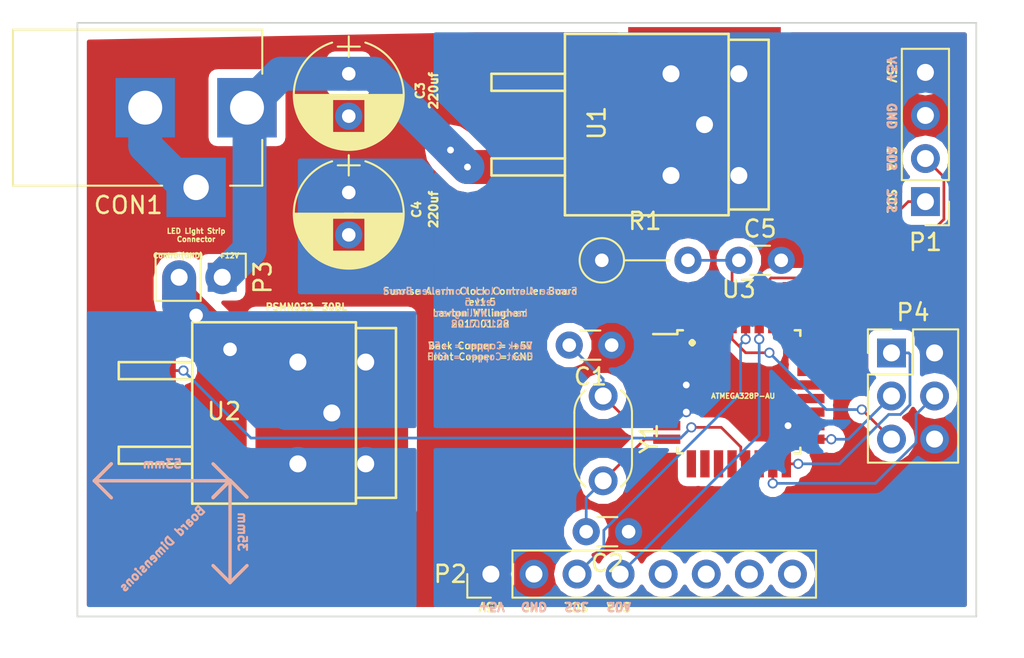
<source format=kicad_pcb>
(kicad_pcb (version 4) (host pcbnew 4.0.5)

  (general
    (links 41)
    (no_connects 0)
    (area 102.161904 75.325 163.098572 114.733333)
    (thickness 1.6)
    (drawings 39)
    (tracks 135)
    (zones 0)
    (modules 15)
    (nets 14)
  )

  (page A4)
  (layers
    (0 F.Cu signal)
    (31 B.Cu signal)
    (32 B.Adhes user)
    (33 F.Adhes user)
    (34 B.Paste user)
    (35 F.Paste user)
    (36 B.SilkS user)
    (37 F.SilkS user)
    (38 B.Mask user)
    (39 F.Mask user)
    (40 Dwgs.User user)
    (41 Cmts.User user)
    (42 Eco1.User user)
    (43 Eco2.User user)
    (44 Edge.Cuts user)
    (45 Margin user)
    (46 B.CrtYd user)
    (47 F.CrtYd user)
    (48 B.Fab user)
    (49 F.Fab user)
  )

  (setup
    (last_trace_width 0.16)
    (trace_clearance 0.16)
    (zone_clearance 0.508)
    (zone_45_only no)
    (trace_min 0.1524)
    (segment_width 0.2)
    (edge_width 0.1)
    (via_size 0.6)
    (via_drill 0.4)
    (via_min_size 0.508)
    (via_min_drill 0.3302)
    (uvia_size 0.3)
    (uvia_drill 0.1)
    (uvias_allowed no)
    (uvia_min_size 0.2)
    (uvia_min_drill 0.1)
    (pcb_text_width 0.3)
    (pcb_text_size 1.5 1.5)
    (mod_edge_width 0.15)
    (mod_text_size 1 1)
    (mod_text_width 0.15)
    (pad_size 1.7 1.7)
    (pad_drill 1)
    (pad_to_mask_clearance 0)
    (aux_axis_origin 0 0)
    (visible_elements 7FFFFFFF)
    (pcbplotparams
      (layerselection 0x00030_80000001)
      (usegerberextensions false)
      (excludeedgelayer true)
      (linewidth 0.100000)
      (plotframeref false)
      (viasonmask false)
      (mode 1)
      (useauxorigin false)
      (hpglpennumber 1)
      (hpglpenspeed 20)
      (hpglpendiameter 15)
      (hpglpenoverlay 2)
      (psnegative false)
      (psa4output false)
      (plotreference true)
      (plotvalue true)
      (plotinvisibletext false)
      (padsonsilk false)
      (subtractmaskfromsilk false)
      (outputformat 1)
      (mirror false)
      (drillshape 1)
      (scaleselection 1)
      (outputdirectory ""))
  )

  (net 0 "")
  (net 1 GND)
  (net 2 "Net-(C1-Pad2)")
  (net 3 "Net-(C2-Pad2)")
  (net 4 +12V)
  (net 5 +5V)
  (net 6 /SDA)
  (net 7 /SCL)
  (net 8 "Net-(P3-Pad2)")
  (net 9 RESET)
  (net 10 MOSI)
  (net 11 MISO)
  (net 12 SCK)
  (net 13 "Net-(U2-Pad1)")

  (net_class Default "This is the default net class."
    (clearance 0.16)
    (trace_width 0.16)
    (via_dia 0.6)
    (via_drill 0.4)
    (uvia_dia 0.3)
    (uvia_drill 0.1)
    (add_net /SCL)
    (add_net /SDA)
    (add_net MISO)
    (add_net MOSI)
    (add_net "Net-(C1-Pad2)")
    (add_net "Net-(C2-Pad2)")
    (add_net "Net-(U2-Pad1)")
    (add_net RESET)
    (add_net SCK)
  )

  (net_class +5v ""
    (clearance 0.2)
    (trace_width 0.5)
    (via_dia 0.6)
    (via_drill 0.4)
    (uvia_dia 0.3)
    (uvia_drill 0.1)
    (add_net +5V)
  )

  (net_class 12V ""
    (clearance 0.4)
    (trace_width 2)
    (via_dia 0.6)
    (via_drill 0.4)
    (uvia_dia 0.3)
    (uvia_drill 0.1)
    (add_net +12V)
    (add_net "Net-(P3-Pad2)")
  )

  (net_class GND ""
    (clearance 0.16)
    (trace_width 0.5)
    (via_dia 0.6)
    (via_drill 0.4)
    (uvia_dia 0.3)
    (uvia_drill 0.1)
    (add_net GND)
  )

  (module Capacitors_THT:C_Disc_D3.0mm_W1.6mm_P2.50mm (layer F.Cu) (tedit 58765D06) (tstamp 58881F5F)
    (at 138.5 96 180)
    (descr "C, Disc series, Radial, pin pitch=2.50mm, , diameter*width=3.0*1.6mm^2, Capacitor, http://www.vishay.com/docs/45233/krseries.pdf")
    (tags "C Disc series Radial pin pitch 2.50mm  diameter 3.0mm width 1.6mm Capacitor")
    (path /587EB579)
    (fp_text reference C1 (at 1.25 -1.86 180) (layer F.SilkS)
      (effects (font (size 1 1) (thickness 0.15)))
    )
    (fp_text value C (at 1.25 1.86 180) (layer F.Fab)
      (effects (font (size 1 1) (thickness 0.15)))
    )
    (fp_line (start -0.25 -0.8) (end -0.25 0.8) (layer F.Fab) (width 0.1))
    (fp_line (start -0.25 0.8) (end 2.75 0.8) (layer F.Fab) (width 0.1))
    (fp_line (start 2.75 0.8) (end 2.75 -0.8) (layer F.Fab) (width 0.1))
    (fp_line (start 2.75 -0.8) (end -0.25 -0.8) (layer F.Fab) (width 0.1))
    (fp_line (start 0.663 -0.861) (end 1.837 -0.861) (layer F.SilkS) (width 0.12))
    (fp_line (start 0.663 0.861) (end 1.837 0.861) (layer F.SilkS) (width 0.12))
    (fp_line (start -1.05 -1.15) (end -1.05 1.15) (layer F.CrtYd) (width 0.05))
    (fp_line (start -1.05 1.15) (end 3.55 1.15) (layer F.CrtYd) (width 0.05))
    (fp_line (start 3.55 1.15) (end 3.55 -1.15) (layer F.CrtYd) (width 0.05))
    (fp_line (start 3.55 -1.15) (end -1.05 -1.15) (layer F.CrtYd) (width 0.05))
    (pad 1 thru_hole circle (at 0 0 180) (size 1.6 1.6) (drill 0.8) (layers *.Cu *.Mask)
      (net 1 GND))
    (pad 2 thru_hole circle (at 2.5 0 180) (size 1.6 1.6) (drill 0.8) (layers *.Cu *.Mask)
      (net 2 "Net-(C1-Pad2)"))
    (model Capacitors_ThroughHole.3dshapes/C_Disc_D3.0mm_W1.6mm_P2.50mm.wrl
      (at (xyz 0 0 0))
      (scale (xyz 0.393701 0.393701 0.393701))
      (rotate (xyz 0 0 0))
    )
  )

  (module Capacitors_THT:C_Disc_D3.0mm_W1.6mm_P2.50mm (layer F.Cu) (tedit 58765D06) (tstamp 58881F65)
    (at 139.5 107 180)
    (descr "C, Disc series, Radial, pin pitch=2.50mm, , diameter*width=3.0*1.6mm^2, Capacitor, http://www.vishay.com/docs/45233/krseries.pdf")
    (tags "C Disc series Radial pin pitch 2.50mm  diameter 3.0mm width 1.6mm Capacitor")
    (path /587EB5F8)
    (fp_text reference C2 (at 1.25 -1.86 180) (layer F.SilkS)
      (effects (font (size 1 1) (thickness 0.15)))
    )
    (fp_text value C (at 1.25 1.86 180) (layer F.Fab)
      (effects (font (size 1 1) (thickness 0.15)))
    )
    (fp_line (start -0.25 -0.8) (end -0.25 0.8) (layer F.Fab) (width 0.1))
    (fp_line (start -0.25 0.8) (end 2.75 0.8) (layer F.Fab) (width 0.1))
    (fp_line (start 2.75 0.8) (end 2.75 -0.8) (layer F.Fab) (width 0.1))
    (fp_line (start 2.75 -0.8) (end -0.25 -0.8) (layer F.Fab) (width 0.1))
    (fp_line (start 0.663 -0.861) (end 1.837 -0.861) (layer F.SilkS) (width 0.12))
    (fp_line (start 0.663 0.861) (end 1.837 0.861) (layer F.SilkS) (width 0.12))
    (fp_line (start -1.05 -1.15) (end -1.05 1.15) (layer F.CrtYd) (width 0.05))
    (fp_line (start -1.05 1.15) (end 3.55 1.15) (layer F.CrtYd) (width 0.05))
    (fp_line (start 3.55 1.15) (end 3.55 -1.15) (layer F.CrtYd) (width 0.05))
    (fp_line (start 3.55 -1.15) (end -1.05 -1.15) (layer F.CrtYd) (width 0.05))
    (pad 1 thru_hole circle (at 0 0 180) (size 1.6 1.6) (drill 0.8) (layers *.Cu *.Mask)
      (net 1 GND))
    (pad 2 thru_hole circle (at 2.5 0 180) (size 1.6 1.6) (drill 0.8) (layers *.Cu *.Mask)
      (net 3 "Net-(C2-Pad2)"))
    (model Capacitors_ThroughHole.3dshapes/C_Disc_D3.0mm_W1.6mm_P2.50mm.wrl
      (at (xyz 0 0 0))
      (scale (xyz 0.393701 0.393701 0.393701))
      (rotate (xyz 0 0 0))
    )
  )

  (module Capacitors_THT:CP_Radial_D6.3mm_P2.50mm (layer F.Cu) (tedit 588D55EC) (tstamp 58881F6B)
    (at 123 80 270)
    (descr "CP, Radial series, Radial, pin pitch=2.50mm, , diameter=6.3mm, Electrolytic Capacitor")
    (tags "CP Radial series Radial pin pitch 2.50mm  diameter 6.3mm Electrolytic Capacitor")
    (path /5885533A)
    (fp_text reference C3 (at 1 -4.21 270) (layer F.SilkS)
      (effects (font (size 0.5 0.5) (thickness 0.125)))
    )
    (fp_text value 220uf (at 1 -5 270) (layer F.SilkS)
      (effects (font (size 0.5 0.5) (thickness 0.125)))
    )
    (fp_arc (start 1.25 0) (end -1.838236 -0.98) (angle 144.8) (layer F.SilkS) (width 0.12))
    (fp_arc (start 1.25 0) (end -1.838236 0.98) (angle -144.8) (layer F.SilkS) (width 0.12))
    (fp_arc (start 1.25 0) (end 4.338236 -0.98) (angle 35.2) (layer F.SilkS) (width 0.12))
    (fp_circle (center 1.25 0) (end 4.4 0) (layer F.Fab) (width 0.1))
    (fp_line (start -2.2 0) (end -1 0) (layer F.Fab) (width 0.1))
    (fp_line (start -1.6 -0.65) (end -1.6 0.65) (layer F.Fab) (width 0.1))
    (fp_line (start 1.25 -3.2) (end 1.25 3.2) (layer F.SilkS) (width 0.12))
    (fp_line (start 1.29 -3.2) (end 1.29 3.2) (layer F.SilkS) (width 0.12))
    (fp_line (start 1.33 -3.2) (end 1.33 3.2) (layer F.SilkS) (width 0.12))
    (fp_line (start 1.37 -3.198) (end 1.37 3.198) (layer F.SilkS) (width 0.12))
    (fp_line (start 1.41 -3.197) (end 1.41 3.197) (layer F.SilkS) (width 0.12))
    (fp_line (start 1.45 -3.194) (end 1.45 3.194) (layer F.SilkS) (width 0.12))
    (fp_line (start 1.49 -3.192) (end 1.49 3.192) (layer F.SilkS) (width 0.12))
    (fp_line (start 1.53 -3.188) (end 1.53 -0.98) (layer F.SilkS) (width 0.12))
    (fp_line (start 1.53 0.98) (end 1.53 3.188) (layer F.SilkS) (width 0.12))
    (fp_line (start 1.57 -3.185) (end 1.57 -0.98) (layer F.SilkS) (width 0.12))
    (fp_line (start 1.57 0.98) (end 1.57 3.185) (layer F.SilkS) (width 0.12))
    (fp_line (start 1.61 -3.18) (end 1.61 -0.98) (layer F.SilkS) (width 0.12))
    (fp_line (start 1.61 0.98) (end 1.61 3.18) (layer F.SilkS) (width 0.12))
    (fp_line (start 1.65 -3.176) (end 1.65 -0.98) (layer F.SilkS) (width 0.12))
    (fp_line (start 1.65 0.98) (end 1.65 3.176) (layer F.SilkS) (width 0.12))
    (fp_line (start 1.69 -3.17) (end 1.69 -0.98) (layer F.SilkS) (width 0.12))
    (fp_line (start 1.69 0.98) (end 1.69 3.17) (layer F.SilkS) (width 0.12))
    (fp_line (start 1.73 -3.165) (end 1.73 -0.98) (layer F.SilkS) (width 0.12))
    (fp_line (start 1.73 0.98) (end 1.73 3.165) (layer F.SilkS) (width 0.12))
    (fp_line (start 1.77 -3.158) (end 1.77 -0.98) (layer F.SilkS) (width 0.12))
    (fp_line (start 1.77 0.98) (end 1.77 3.158) (layer F.SilkS) (width 0.12))
    (fp_line (start 1.81 -3.152) (end 1.81 -0.98) (layer F.SilkS) (width 0.12))
    (fp_line (start 1.81 0.98) (end 1.81 3.152) (layer F.SilkS) (width 0.12))
    (fp_line (start 1.85 -3.144) (end 1.85 -0.98) (layer F.SilkS) (width 0.12))
    (fp_line (start 1.85 0.98) (end 1.85 3.144) (layer F.SilkS) (width 0.12))
    (fp_line (start 1.89 -3.137) (end 1.89 -0.98) (layer F.SilkS) (width 0.12))
    (fp_line (start 1.89 0.98) (end 1.89 3.137) (layer F.SilkS) (width 0.12))
    (fp_line (start 1.93 -3.128) (end 1.93 -0.98) (layer F.SilkS) (width 0.12))
    (fp_line (start 1.93 0.98) (end 1.93 3.128) (layer F.SilkS) (width 0.12))
    (fp_line (start 1.971 -3.119) (end 1.971 -0.98) (layer F.SilkS) (width 0.12))
    (fp_line (start 1.971 0.98) (end 1.971 3.119) (layer F.SilkS) (width 0.12))
    (fp_line (start 2.011 -3.11) (end 2.011 -0.98) (layer F.SilkS) (width 0.12))
    (fp_line (start 2.011 0.98) (end 2.011 3.11) (layer F.SilkS) (width 0.12))
    (fp_line (start 2.051 -3.1) (end 2.051 -0.98) (layer F.SilkS) (width 0.12))
    (fp_line (start 2.051 0.98) (end 2.051 3.1) (layer F.SilkS) (width 0.12))
    (fp_line (start 2.091 -3.09) (end 2.091 -0.98) (layer F.SilkS) (width 0.12))
    (fp_line (start 2.091 0.98) (end 2.091 3.09) (layer F.SilkS) (width 0.12))
    (fp_line (start 2.131 -3.079) (end 2.131 -0.98) (layer F.SilkS) (width 0.12))
    (fp_line (start 2.131 0.98) (end 2.131 3.079) (layer F.SilkS) (width 0.12))
    (fp_line (start 2.171 -3.067) (end 2.171 -0.98) (layer F.SilkS) (width 0.12))
    (fp_line (start 2.171 0.98) (end 2.171 3.067) (layer F.SilkS) (width 0.12))
    (fp_line (start 2.211 -3.055) (end 2.211 -0.98) (layer F.SilkS) (width 0.12))
    (fp_line (start 2.211 0.98) (end 2.211 3.055) (layer F.SilkS) (width 0.12))
    (fp_line (start 2.251 -3.042) (end 2.251 -0.98) (layer F.SilkS) (width 0.12))
    (fp_line (start 2.251 0.98) (end 2.251 3.042) (layer F.SilkS) (width 0.12))
    (fp_line (start 2.291 -3.029) (end 2.291 -0.98) (layer F.SilkS) (width 0.12))
    (fp_line (start 2.291 0.98) (end 2.291 3.029) (layer F.SilkS) (width 0.12))
    (fp_line (start 2.331 -3.015) (end 2.331 -0.98) (layer F.SilkS) (width 0.12))
    (fp_line (start 2.331 0.98) (end 2.331 3.015) (layer F.SilkS) (width 0.12))
    (fp_line (start 2.371 -3.001) (end 2.371 -0.98) (layer F.SilkS) (width 0.12))
    (fp_line (start 2.371 0.98) (end 2.371 3.001) (layer F.SilkS) (width 0.12))
    (fp_line (start 2.411 -2.986) (end 2.411 -0.98) (layer F.SilkS) (width 0.12))
    (fp_line (start 2.411 0.98) (end 2.411 2.986) (layer F.SilkS) (width 0.12))
    (fp_line (start 2.451 -2.97) (end 2.451 -0.98) (layer F.SilkS) (width 0.12))
    (fp_line (start 2.451 0.98) (end 2.451 2.97) (layer F.SilkS) (width 0.12))
    (fp_line (start 2.491 -2.954) (end 2.491 -0.98) (layer F.SilkS) (width 0.12))
    (fp_line (start 2.491 0.98) (end 2.491 2.954) (layer F.SilkS) (width 0.12))
    (fp_line (start 2.531 -2.937) (end 2.531 -0.98) (layer F.SilkS) (width 0.12))
    (fp_line (start 2.531 0.98) (end 2.531 2.937) (layer F.SilkS) (width 0.12))
    (fp_line (start 2.571 -2.919) (end 2.571 -0.98) (layer F.SilkS) (width 0.12))
    (fp_line (start 2.571 0.98) (end 2.571 2.919) (layer F.SilkS) (width 0.12))
    (fp_line (start 2.611 -2.901) (end 2.611 -0.98) (layer F.SilkS) (width 0.12))
    (fp_line (start 2.611 0.98) (end 2.611 2.901) (layer F.SilkS) (width 0.12))
    (fp_line (start 2.651 -2.882) (end 2.651 -0.98) (layer F.SilkS) (width 0.12))
    (fp_line (start 2.651 0.98) (end 2.651 2.882) (layer F.SilkS) (width 0.12))
    (fp_line (start 2.691 -2.863) (end 2.691 -0.98) (layer F.SilkS) (width 0.12))
    (fp_line (start 2.691 0.98) (end 2.691 2.863) (layer F.SilkS) (width 0.12))
    (fp_line (start 2.731 -2.843) (end 2.731 -0.98) (layer F.SilkS) (width 0.12))
    (fp_line (start 2.731 0.98) (end 2.731 2.843) (layer F.SilkS) (width 0.12))
    (fp_line (start 2.771 -2.822) (end 2.771 -0.98) (layer F.SilkS) (width 0.12))
    (fp_line (start 2.771 0.98) (end 2.771 2.822) (layer F.SilkS) (width 0.12))
    (fp_line (start 2.811 -2.8) (end 2.811 -0.98) (layer F.SilkS) (width 0.12))
    (fp_line (start 2.811 0.98) (end 2.811 2.8) (layer F.SilkS) (width 0.12))
    (fp_line (start 2.851 -2.778) (end 2.851 -0.98) (layer F.SilkS) (width 0.12))
    (fp_line (start 2.851 0.98) (end 2.851 2.778) (layer F.SilkS) (width 0.12))
    (fp_line (start 2.891 -2.755) (end 2.891 -0.98) (layer F.SilkS) (width 0.12))
    (fp_line (start 2.891 0.98) (end 2.891 2.755) (layer F.SilkS) (width 0.12))
    (fp_line (start 2.931 -2.731) (end 2.931 -0.98) (layer F.SilkS) (width 0.12))
    (fp_line (start 2.931 0.98) (end 2.931 2.731) (layer F.SilkS) (width 0.12))
    (fp_line (start 2.971 -2.706) (end 2.971 -0.98) (layer F.SilkS) (width 0.12))
    (fp_line (start 2.971 0.98) (end 2.971 2.706) (layer F.SilkS) (width 0.12))
    (fp_line (start 3.011 -2.681) (end 3.011 -0.98) (layer F.SilkS) (width 0.12))
    (fp_line (start 3.011 0.98) (end 3.011 2.681) (layer F.SilkS) (width 0.12))
    (fp_line (start 3.051 -2.654) (end 3.051 -0.98) (layer F.SilkS) (width 0.12))
    (fp_line (start 3.051 0.98) (end 3.051 2.654) (layer F.SilkS) (width 0.12))
    (fp_line (start 3.091 -2.627) (end 3.091 -0.98) (layer F.SilkS) (width 0.12))
    (fp_line (start 3.091 0.98) (end 3.091 2.627) (layer F.SilkS) (width 0.12))
    (fp_line (start 3.131 -2.599) (end 3.131 -0.98) (layer F.SilkS) (width 0.12))
    (fp_line (start 3.131 0.98) (end 3.131 2.599) (layer F.SilkS) (width 0.12))
    (fp_line (start 3.171 -2.57) (end 3.171 -0.98) (layer F.SilkS) (width 0.12))
    (fp_line (start 3.171 0.98) (end 3.171 2.57) (layer F.SilkS) (width 0.12))
    (fp_line (start 3.211 -2.54) (end 3.211 -0.98) (layer F.SilkS) (width 0.12))
    (fp_line (start 3.211 0.98) (end 3.211 2.54) (layer F.SilkS) (width 0.12))
    (fp_line (start 3.251 -2.51) (end 3.251 -0.98) (layer F.SilkS) (width 0.12))
    (fp_line (start 3.251 0.98) (end 3.251 2.51) (layer F.SilkS) (width 0.12))
    (fp_line (start 3.291 -2.478) (end 3.291 -0.98) (layer F.SilkS) (width 0.12))
    (fp_line (start 3.291 0.98) (end 3.291 2.478) (layer F.SilkS) (width 0.12))
    (fp_line (start 3.331 -2.445) (end 3.331 -0.98) (layer F.SilkS) (width 0.12))
    (fp_line (start 3.331 0.98) (end 3.331 2.445) (layer F.SilkS) (width 0.12))
    (fp_line (start 3.371 -2.411) (end 3.371 -0.98) (layer F.SilkS) (width 0.12))
    (fp_line (start 3.371 0.98) (end 3.371 2.411) (layer F.SilkS) (width 0.12))
    (fp_line (start 3.411 -2.375) (end 3.411 -0.98) (layer F.SilkS) (width 0.12))
    (fp_line (start 3.411 0.98) (end 3.411 2.375) (layer F.SilkS) (width 0.12))
    (fp_line (start 3.451 -2.339) (end 3.451 -0.98) (layer F.SilkS) (width 0.12))
    (fp_line (start 3.451 0.98) (end 3.451 2.339) (layer F.SilkS) (width 0.12))
    (fp_line (start 3.491 -2.301) (end 3.491 2.301) (layer F.SilkS) (width 0.12))
    (fp_line (start 3.531 -2.262) (end 3.531 2.262) (layer F.SilkS) (width 0.12))
    (fp_line (start 3.571 -2.222) (end 3.571 2.222) (layer F.SilkS) (width 0.12))
    (fp_line (start 3.611 -2.18) (end 3.611 2.18) (layer F.SilkS) (width 0.12))
    (fp_line (start 3.651 -2.137) (end 3.651 2.137) (layer F.SilkS) (width 0.12))
    (fp_line (start 3.691 -2.092) (end 3.691 2.092) (layer F.SilkS) (width 0.12))
    (fp_line (start 3.731 -2.045) (end 3.731 2.045) (layer F.SilkS) (width 0.12))
    (fp_line (start 3.771 -1.997) (end 3.771 1.997) (layer F.SilkS) (width 0.12))
    (fp_line (start 3.811 -1.946) (end 3.811 1.946) (layer F.SilkS) (width 0.12))
    (fp_line (start 3.851 -1.894) (end 3.851 1.894) (layer F.SilkS) (width 0.12))
    (fp_line (start 3.891 -1.839) (end 3.891 1.839) (layer F.SilkS) (width 0.12))
    (fp_line (start 3.931 -1.781) (end 3.931 1.781) (layer F.SilkS) (width 0.12))
    (fp_line (start 3.971 -1.721) (end 3.971 1.721) (layer F.SilkS) (width 0.12))
    (fp_line (start 4.011 -1.658) (end 4.011 1.658) (layer F.SilkS) (width 0.12))
    (fp_line (start 4.051 -1.591) (end 4.051 1.591) (layer F.SilkS) (width 0.12))
    (fp_line (start 4.091 -1.52) (end 4.091 1.52) (layer F.SilkS) (width 0.12))
    (fp_line (start 4.131 -1.445) (end 4.131 1.445) (layer F.SilkS) (width 0.12))
    (fp_line (start 4.171 -1.364) (end 4.171 1.364) (layer F.SilkS) (width 0.12))
    (fp_line (start 4.211 -1.278) (end 4.211 1.278) (layer F.SilkS) (width 0.12))
    (fp_line (start 4.251 -1.184) (end 4.251 1.184) (layer F.SilkS) (width 0.12))
    (fp_line (start 4.291 -1.081) (end 4.291 1.081) (layer F.SilkS) (width 0.12))
    (fp_line (start 4.331 -0.966) (end 4.331 0.966) (layer F.SilkS) (width 0.12))
    (fp_line (start 4.371 -0.834) (end 4.371 0.834) (layer F.SilkS) (width 0.12))
    (fp_line (start 4.411 -0.676) (end 4.411 0.676) (layer F.SilkS) (width 0.12))
    (fp_line (start 4.451 -0.468) (end 4.451 0.468) (layer F.SilkS) (width 0.12))
    (fp_line (start -2.2 0) (end -1 0) (layer F.SilkS) (width 0.12))
    (fp_line (start -1.6 -0.65) (end -1.6 0.65) (layer F.SilkS) (width 0.12))
    (fp_line (start -2.25 -3.5) (end -2.25 3.5) (layer F.CrtYd) (width 0.05))
    (fp_line (start -2.25 3.5) (end 4.75 3.5) (layer F.CrtYd) (width 0.05))
    (fp_line (start 4.75 3.5) (end 4.75 -3.5) (layer F.CrtYd) (width 0.05))
    (fp_line (start 4.75 -3.5) (end -2.25 -3.5) (layer F.CrtYd) (width 0.05))
    (pad 1 thru_hole rect (at 0 0 270) (size 1.6 1.6) (drill 0.8) (layers *.Cu *.Mask)
      (net 4 +12V))
    (pad 2 thru_hole circle (at 2.5 0 270) (size 1.6 1.6) (drill 0.8) (layers *.Cu *.Mask)
      (net 1 GND))
    (model Capacitors_ThroughHole.3dshapes/CP_Radial_D6.3mm_P2.50mm.wrl
      (at (xyz 0 0 0))
      (scale (xyz 0.393701 0.393701 0.393701))
      (rotate (xyz 0 0 0))
    )
  )

  (module Capacitors_THT:CP_Radial_D6.3mm_P2.50mm (layer F.Cu) (tedit 588D5602) (tstamp 58881F71)
    (at 123 87 270)
    (descr "CP, Radial series, Radial, pin pitch=2.50mm, , diameter=6.3mm, Electrolytic Capacitor")
    (tags "CP Radial series Radial pin pitch 2.50mm  diameter 6.3mm Electrolytic Capacitor")
    (path /58855559)
    (fp_text reference C4 (at 1 -4 270) (layer F.SilkS)
      (effects (font (size 0.5 0.5) (thickness 0.125)))
    )
    (fp_text value 220uf (at 1 -5 270) (layer F.SilkS)
      (effects (font (size 0.5 0.5) (thickness 0.125)))
    )
    (fp_arc (start 1.25 0) (end -1.838236 -0.98) (angle 144.8) (layer F.SilkS) (width 0.12))
    (fp_arc (start 1.25 0) (end -1.838236 0.98) (angle -144.8) (layer F.SilkS) (width 0.12))
    (fp_arc (start 1.25 0) (end 4.338236 -0.98) (angle 35.2) (layer F.SilkS) (width 0.12))
    (fp_circle (center 1.25 0) (end 4.4 0) (layer F.Fab) (width 0.1))
    (fp_line (start -2.2 0) (end -1 0) (layer F.Fab) (width 0.1))
    (fp_line (start -1.6 -0.65) (end -1.6 0.65) (layer F.Fab) (width 0.1))
    (fp_line (start 1.25 -3.2) (end 1.25 3.2) (layer F.SilkS) (width 0.12))
    (fp_line (start 1.29 -3.2) (end 1.29 3.2) (layer F.SilkS) (width 0.12))
    (fp_line (start 1.33 -3.2) (end 1.33 3.2) (layer F.SilkS) (width 0.12))
    (fp_line (start 1.37 -3.198) (end 1.37 3.198) (layer F.SilkS) (width 0.12))
    (fp_line (start 1.41 -3.197) (end 1.41 3.197) (layer F.SilkS) (width 0.12))
    (fp_line (start 1.45 -3.194) (end 1.45 3.194) (layer F.SilkS) (width 0.12))
    (fp_line (start 1.49 -3.192) (end 1.49 3.192) (layer F.SilkS) (width 0.12))
    (fp_line (start 1.53 -3.188) (end 1.53 -0.98) (layer F.SilkS) (width 0.12))
    (fp_line (start 1.53 0.98) (end 1.53 3.188) (layer F.SilkS) (width 0.12))
    (fp_line (start 1.57 -3.185) (end 1.57 -0.98) (layer F.SilkS) (width 0.12))
    (fp_line (start 1.57 0.98) (end 1.57 3.185) (layer F.SilkS) (width 0.12))
    (fp_line (start 1.61 -3.18) (end 1.61 -0.98) (layer F.SilkS) (width 0.12))
    (fp_line (start 1.61 0.98) (end 1.61 3.18) (layer F.SilkS) (width 0.12))
    (fp_line (start 1.65 -3.176) (end 1.65 -0.98) (layer F.SilkS) (width 0.12))
    (fp_line (start 1.65 0.98) (end 1.65 3.176) (layer F.SilkS) (width 0.12))
    (fp_line (start 1.69 -3.17) (end 1.69 -0.98) (layer F.SilkS) (width 0.12))
    (fp_line (start 1.69 0.98) (end 1.69 3.17) (layer F.SilkS) (width 0.12))
    (fp_line (start 1.73 -3.165) (end 1.73 -0.98) (layer F.SilkS) (width 0.12))
    (fp_line (start 1.73 0.98) (end 1.73 3.165) (layer F.SilkS) (width 0.12))
    (fp_line (start 1.77 -3.158) (end 1.77 -0.98) (layer F.SilkS) (width 0.12))
    (fp_line (start 1.77 0.98) (end 1.77 3.158) (layer F.SilkS) (width 0.12))
    (fp_line (start 1.81 -3.152) (end 1.81 -0.98) (layer F.SilkS) (width 0.12))
    (fp_line (start 1.81 0.98) (end 1.81 3.152) (layer F.SilkS) (width 0.12))
    (fp_line (start 1.85 -3.144) (end 1.85 -0.98) (layer F.SilkS) (width 0.12))
    (fp_line (start 1.85 0.98) (end 1.85 3.144) (layer F.SilkS) (width 0.12))
    (fp_line (start 1.89 -3.137) (end 1.89 -0.98) (layer F.SilkS) (width 0.12))
    (fp_line (start 1.89 0.98) (end 1.89 3.137) (layer F.SilkS) (width 0.12))
    (fp_line (start 1.93 -3.128) (end 1.93 -0.98) (layer F.SilkS) (width 0.12))
    (fp_line (start 1.93 0.98) (end 1.93 3.128) (layer F.SilkS) (width 0.12))
    (fp_line (start 1.971 -3.119) (end 1.971 -0.98) (layer F.SilkS) (width 0.12))
    (fp_line (start 1.971 0.98) (end 1.971 3.119) (layer F.SilkS) (width 0.12))
    (fp_line (start 2.011 -3.11) (end 2.011 -0.98) (layer F.SilkS) (width 0.12))
    (fp_line (start 2.011 0.98) (end 2.011 3.11) (layer F.SilkS) (width 0.12))
    (fp_line (start 2.051 -3.1) (end 2.051 -0.98) (layer F.SilkS) (width 0.12))
    (fp_line (start 2.051 0.98) (end 2.051 3.1) (layer F.SilkS) (width 0.12))
    (fp_line (start 2.091 -3.09) (end 2.091 -0.98) (layer F.SilkS) (width 0.12))
    (fp_line (start 2.091 0.98) (end 2.091 3.09) (layer F.SilkS) (width 0.12))
    (fp_line (start 2.131 -3.079) (end 2.131 -0.98) (layer F.SilkS) (width 0.12))
    (fp_line (start 2.131 0.98) (end 2.131 3.079) (layer F.SilkS) (width 0.12))
    (fp_line (start 2.171 -3.067) (end 2.171 -0.98) (layer F.SilkS) (width 0.12))
    (fp_line (start 2.171 0.98) (end 2.171 3.067) (layer F.SilkS) (width 0.12))
    (fp_line (start 2.211 -3.055) (end 2.211 -0.98) (layer F.SilkS) (width 0.12))
    (fp_line (start 2.211 0.98) (end 2.211 3.055) (layer F.SilkS) (width 0.12))
    (fp_line (start 2.251 -3.042) (end 2.251 -0.98) (layer F.SilkS) (width 0.12))
    (fp_line (start 2.251 0.98) (end 2.251 3.042) (layer F.SilkS) (width 0.12))
    (fp_line (start 2.291 -3.029) (end 2.291 -0.98) (layer F.SilkS) (width 0.12))
    (fp_line (start 2.291 0.98) (end 2.291 3.029) (layer F.SilkS) (width 0.12))
    (fp_line (start 2.331 -3.015) (end 2.331 -0.98) (layer F.SilkS) (width 0.12))
    (fp_line (start 2.331 0.98) (end 2.331 3.015) (layer F.SilkS) (width 0.12))
    (fp_line (start 2.371 -3.001) (end 2.371 -0.98) (layer F.SilkS) (width 0.12))
    (fp_line (start 2.371 0.98) (end 2.371 3.001) (layer F.SilkS) (width 0.12))
    (fp_line (start 2.411 -2.986) (end 2.411 -0.98) (layer F.SilkS) (width 0.12))
    (fp_line (start 2.411 0.98) (end 2.411 2.986) (layer F.SilkS) (width 0.12))
    (fp_line (start 2.451 -2.97) (end 2.451 -0.98) (layer F.SilkS) (width 0.12))
    (fp_line (start 2.451 0.98) (end 2.451 2.97) (layer F.SilkS) (width 0.12))
    (fp_line (start 2.491 -2.954) (end 2.491 -0.98) (layer F.SilkS) (width 0.12))
    (fp_line (start 2.491 0.98) (end 2.491 2.954) (layer F.SilkS) (width 0.12))
    (fp_line (start 2.531 -2.937) (end 2.531 -0.98) (layer F.SilkS) (width 0.12))
    (fp_line (start 2.531 0.98) (end 2.531 2.937) (layer F.SilkS) (width 0.12))
    (fp_line (start 2.571 -2.919) (end 2.571 -0.98) (layer F.SilkS) (width 0.12))
    (fp_line (start 2.571 0.98) (end 2.571 2.919) (layer F.SilkS) (width 0.12))
    (fp_line (start 2.611 -2.901) (end 2.611 -0.98) (layer F.SilkS) (width 0.12))
    (fp_line (start 2.611 0.98) (end 2.611 2.901) (layer F.SilkS) (width 0.12))
    (fp_line (start 2.651 -2.882) (end 2.651 -0.98) (layer F.SilkS) (width 0.12))
    (fp_line (start 2.651 0.98) (end 2.651 2.882) (layer F.SilkS) (width 0.12))
    (fp_line (start 2.691 -2.863) (end 2.691 -0.98) (layer F.SilkS) (width 0.12))
    (fp_line (start 2.691 0.98) (end 2.691 2.863) (layer F.SilkS) (width 0.12))
    (fp_line (start 2.731 -2.843) (end 2.731 -0.98) (layer F.SilkS) (width 0.12))
    (fp_line (start 2.731 0.98) (end 2.731 2.843) (layer F.SilkS) (width 0.12))
    (fp_line (start 2.771 -2.822) (end 2.771 -0.98) (layer F.SilkS) (width 0.12))
    (fp_line (start 2.771 0.98) (end 2.771 2.822) (layer F.SilkS) (width 0.12))
    (fp_line (start 2.811 -2.8) (end 2.811 -0.98) (layer F.SilkS) (width 0.12))
    (fp_line (start 2.811 0.98) (end 2.811 2.8) (layer F.SilkS) (width 0.12))
    (fp_line (start 2.851 -2.778) (end 2.851 -0.98) (layer F.SilkS) (width 0.12))
    (fp_line (start 2.851 0.98) (end 2.851 2.778) (layer F.SilkS) (width 0.12))
    (fp_line (start 2.891 -2.755) (end 2.891 -0.98) (layer F.SilkS) (width 0.12))
    (fp_line (start 2.891 0.98) (end 2.891 2.755) (layer F.SilkS) (width 0.12))
    (fp_line (start 2.931 -2.731) (end 2.931 -0.98) (layer F.SilkS) (width 0.12))
    (fp_line (start 2.931 0.98) (end 2.931 2.731) (layer F.SilkS) (width 0.12))
    (fp_line (start 2.971 -2.706) (end 2.971 -0.98) (layer F.SilkS) (width 0.12))
    (fp_line (start 2.971 0.98) (end 2.971 2.706) (layer F.SilkS) (width 0.12))
    (fp_line (start 3.011 -2.681) (end 3.011 -0.98) (layer F.SilkS) (width 0.12))
    (fp_line (start 3.011 0.98) (end 3.011 2.681) (layer F.SilkS) (width 0.12))
    (fp_line (start 3.051 -2.654) (end 3.051 -0.98) (layer F.SilkS) (width 0.12))
    (fp_line (start 3.051 0.98) (end 3.051 2.654) (layer F.SilkS) (width 0.12))
    (fp_line (start 3.091 -2.627) (end 3.091 -0.98) (layer F.SilkS) (width 0.12))
    (fp_line (start 3.091 0.98) (end 3.091 2.627) (layer F.SilkS) (width 0.12))
    (fp_line (start 3.131 -2.599) (end 3.131 -0.98) (layer F.SilkS) (width 0.12))
    (fp_line (start 3.131 0.98) (end 3.131 2.599) (layer F.SilkS) (width 0.12))
    (fp_line (start 3.171 -2.57) (end 3.171 -0.98) (layer F.SilkS) (width 0.12))
    (fp_line (start 3.171 0.98) (end 3.171 2.57) (layer F.SilkS) (width 0.12))
    (fp_line (start 3.211 -2.54) (end 3.211 -0.98) (layer F.SilkS) (width 0.12))
    (fp_line (start 3.211 0.98) (end 3.211 2.54) (layer F.SilkS) (width 0.12))
    (fp_line (start 3.251 -2.51) (end 3.251 -0.98) (layer F.SilkS) (width 0.12))
    (fp_line (start 3.251 0.98) (end 3.251 2.51) (layer F.SilkS) (width 0.12))
    (fp_line (start 3.291 -2.478) (end 3.291 -0.98) (layer F.SilkS) (width 0.12))
    (fp_line (start 3.291 0.98) (end 3.291 2.478) (layer F.SilkS) (width 0.12))
    (fp_line (start 3.331 -2.445) (end 3.331 -0.98) (layer F.SilkS) (width 0.12))
    (fp_line (start 3.331 0.98) (end 3.331 2.445) (layer F.SilkS) (width 0.12))
    (fp_line (start 3.371 -2.411) (end 3.371 -0.98) (layer F.SilkS) (width 0.12))
    (fp_line (start 3.371 0.98) (end 3.371 2.411) (layer F.SilkS) (width 0.12))
    (fp_line (start 3.411 -2.375) (end 3.411 -0.98) (layer F.SilkS) (width 0.12))
    (fp_line (start 3.411 0.98) (end 3.411 2.375) (layer F.SilkS) (width 0.12))
    (fp_line (start 3.451 -2.339) (end 3.451 -0.98) (layer F.SilkS) (width 0.12))
    (fp_line (start 3.451 0.98) (end 3.451 2.339) (layer F.SilkS) (width 0.12))
    (fp_line (start 3.491 -2.301) (end 3.491 2.301) (layer F.SilkS) (width 0.12))
    (fp_line (start 3.531 -2.262) (end 3.531 2.262) (layer F.SilkS) (width 0.12))
    (fp_line (start 3.571 -2.222) (end 3.571 2.222) (layer F.SilkS) (width 0.12))
    (fp_line (start 3.611 -2.18) (end 3.611 2.18) (layer F.SilkS) (width 0.12))
    (fp_line (start 3.651 -2.137) (end 3.651 2.137) (layer F.SilkS) (width 0.12))
    (fp_line (start 3.691 -2.092) (end 3.691 2.092) (layer F.SilkS) (width 0.12))
    (fp_line (start 3.731 -2.045) (end 3.731 2.045) (layer F.SilkS) (width 0.12))
    (fp_line (start 3.771 -1.997) (end 3.771 1.997) (layer F.SilkS) (width 0.12))
    (fp_line (start 3.811 -1.946) (end 3.811 1.946) (layer F.SilkS) (width 0.12))
    (fp_line (start 3.851 -1.894) (end 3.851 1.894) (layer F.SilkS) (width 0.12))
    (fp_line (start 3.891 -1.839) (end 3.891 1.839) (layer F.SilkS) (width 0.12))
    (fp_line (start 3.931 -1.781) (end 3.931 1.781) (layer F.SilkS) (width 0.12))
    (fp_line (start 3.971 -1.721) (end 3.971 1.721) (layer F.SilkS) (width 0.12))
    (fp_line (start 4.011 -1.658) (end 4.011 1.658) (layer F.SilkS) (width 0.12))
    (fp_line (start 4.051 -1.591) (end 4.051 1.591) (layer F.SilkS) (width 0.12))
    (fp_line (start 4.091 -1.52) (end 4.091 1.52) (layer F.SilkS) (width 0.12))
    (fp_line (start 4.131 -1.445) (end 4.131 1.445) (layer F.SilkS) (width 0.12))
    (fp_line (start 4.171 -1.364) (end 4.171 1.364) (layer F.SilkS) (width 0.12))
    (fp_line (start 4.211 -1.278) (end 4.211 1.278) (layer F.SilkS) (width 0.12))
    (fp_line (start 4.251 -1.184) (end 4.251 1.184) (layer F.SilkS) (width 0.12))
    (fp_line (start 4.291 -1.081) (end 4.291 1.081) (layer F.SilkS) (width 0.12))
    (fp_line (start 4.331 -0.966) (end 4.331 0.966) (layer F.SilkS) (width 0.12))
    (fp_line (start 4.371 -0.834) (end 4.371 0.834) (layer F.SilkS) (width 0.12))
    (fp_line (start 4.411 -0.676) (end 4.411 0.676) (layer F.SilkS) (width 0.12))
    (fp_line (start 4.451 -0.468) (end 4.451 0.468) (layer F.SilkS) (width 0.12))
    (fp_line (start -2.2 0) (end -1 0) (layer F.SilkS) (width 0.12))
    (fp_line (start -1.6 -0.65) (end -1.6 0.65) (layer F.SilkS) (width 0.12))
    (fp_line (start -2.25 -3.5) (end -2.25 3.5) (layer F.CrtYd) (width 0.05))
    (fp_line (start -2.25 3.5) (end 4.75 3.5) (layer F.CrtYd) (width 0.05))
    (fp_line (start 4.75 3.5) (end 4.75 -3.5) (layer F.CrtYd) (width 0.05))
    (fp_line (start 4.75 -3.5) (end -2.25 -3.5) (layer F.CrtYd) (width 0.05))
    (pad 1 thru_hole rect (at 0 0 270) (size 1.6 1.6) (drill 0.8) (layers *.Cu *.Mask)
      (net 5 +5V))
    (pad 2 thru_hole circle (at 2.5 0 270) (size 1.6 1.6) (drill 0.8) (layers *.Cu *.Mask)
      (net 1 GND))
    (model Capacitors_ThroughHole.3dshapes/CP_Radial_D6.3mm_P2.50mm.wrl
      (at (xyz 0 0 0))
      (scale (xyz 0.393701 0.393701 0.393701))
      (rotate (xyz 0 0 0))
    )
  )

  (module Capacitors_THT:C_Disc_D3.0mm_W1.6mm_P2.50mm (layer F.Cu) (tedit 58765D06) (tstamp 58881F77)
    (at 146 91)
    (descr "C, Disc series, Radial, pin pitch=2.50mm, , diameter*width=3.0*1.6mm^2, Capacitor, http://www.vishay.com/docs/45233/krseries.pdf")
    (tags "C Disc series Radial pin pitch 2.50mm  diameter 3.0mm width 1.6mm Capacitor")
    (path /588555C9)
    (fp_text reference C5 (at 1.25 -1.86) (layer F.SilkS)
      (effects (font (size 1 1) (thickness 0.15)))
    )
    (fp_text value 0.1uf (at 1.25 1.86) (layer F.Fab)
      (effects (font (size 1 1) (thickness 0.15)))
    )
    (fp_line (start -0.25 -0.8) (end -0.25 0.8) (layer F.Fab) (width 0.1))
    (fp_line (start -0.25 0.8) (end 2.75 0.8) (layer F.Fab) (width 0.1))
    (fp_line (start 2.75 0.8) (end 2.75 -0.8) (layer F.Fab) (width 0.1))
    (fp_line (start 2.75 -0.8) (end -0.25 -0.8) (layer F.Fab) (width 0.1))
    (fp_line (start 0.663 -0.861) (end 1.837 -0.861) (layer F.SilkS) (width 0.12))
    (fp_line (start 0.663 0.861) (end 1.837 0.861) (layer F.SilkS) (width 0.12))
    (fp_line (start -1.05 -1.15) (end -1.05 1.15) (layer F.CrtYd) (width 0.05))
    (fp_line (start -1.05 1.15) (end 3.55 1.15) (layer F.CrtYd) (width 0.05))
    (fp_line (start 3.55 1.15) (end 3.55 -1.15) (layer F.CrtYd) (width 0.05))
    (fp_line (start 3.55 -1.15) (end -1.05 -1.15) (layer F.CrtYd) (width 0.05))
    (pad 1 thru_hole circle (at 0 0) (size 1.6 1.6) (drill 0.8) (layers *.Cu *.Mask)
      (net 9 RESET))
    (pad 2 thru_hole circle (at 2.5 0) (size 1.6 1.6) (drill 0.8) (layers *.Cu *.Mask)
      (net 1 GND))
    (model Capacitors_ThroughHole.3dshapes/C_Disc_D3.0mm_W1.6mm_P2.50mm.wrl
      (at (xyz 0 0 0))
      (scale (xyz 0.393701 0.393701 0.393701))
      (rotate (xyz 0 0 0))
    )
  )

  (module Connectors:BARREL_JACK (layer F.Cu) (tedit 588D540E) (tstamp 58881F7E)
    (at 117 82)
    (descr "DC Barrel Jack")
    (tags "Power Jack")
    (path /5885139A)
    (fp_text reference CON1 (at -7 5.75 180) (layer F.SilkS)
      (effects (font (size 1 1) (thickness 0.15)))
    )
    (fp_text value BARREL_JACK_Working (at -6.2 -5.5) (layer F.Fab)
      (effects (font (size 1 1) (thickness 0.15)))
    )
    (fp_line (start 1 -4.5) (end 1 -4.75) (layer F.CrtYd) (width 0.05))
    (fp_line (start 1 -4.75) (end -14 -4.75) (layer F.CrtYd) (width 0.05))
    (fp_line (start 1 -4.5) (end 1 -2) (layer F.CrtYd) (width 0.05))
    (fp_line (start 1 -2) (end 2 -2) (layer F.CrtYd) (width 0.05))
    (fp_line (start 2 -2) (end 2 2) (layer F.CrtYd) (width 0.05))
    (fp_line (start 2 2) (end 1 2) (layer F.CrtYd) (width 0.05))
    (fp_line (start 1 2) (end 1 4.75) (layer F.CrtYd) (width 0.05))
    (fp_line (start 1 4.75) (end -1 4.75) (layer F.CrtYd) (width 0.05))
    (fp_line (start -1 4.75) (end -1 6.75) (layer F.CrtYd) (width 0.05))
    (fp_line (start -1 6.75) (end -5 6.75) (layer F.CrtYd) (width 0.05))
    (fp_line (start -5 6.75) (end -5 4.75) (layer F.CrtYd) (width 0.05))
    (fp_line (start -5 4.75) (end -14 4.75) (layer F.CrtYd) (width 0.05))
    (fp_line (start -14 4.75) (end -14 -4.75) (layer F.CrtYd) (width 0.05))
    (fp_line (start -5 4.6) (end -13.8 4.6) (layer F.SilkS) (width 0.12))
    (fp_line (start -13.8 4.6) (end -13.8 -4.6) (layer F.SilkS) (width 0.12))
    (fp_line (start 0.9 1.9) (end 0.9 4.6) (layer F.SilkS) (width 0.12))
    (fp_line (start 0.9 4.6) (end -1 4.6) (layer F.SilkS) (width 0.12))
    (fp_line (start -13.8 -4.6) (end 0.9 -4.6) (layer F.SilkS) (width 0.12))
    (fp_line (start 0.9 -4.6) (end 0.9 -2) (layer F.SilkS) (width 0.12))
    (fp_line (start -10.2 -4.5) (end -10.2 4.5) (layer F.Fab) (width 0.1))
    (fp_line (start -13.7 -4.5) (end -13.7 4.5) (layer F.Fab) (width 0.1))
    (fp_line (start -13.7 4.5) (end 0.8 4.5) (layer F.Fab) (width 0.1))
    (fp_line (start 0.8 4.5) (end 0.8 -4.5) (layer F.Fab) (width 0.1))
    (fp_line (start 0.8 -4.5) (end -13.7 -4.5) (layer F.Fab) (width 0.1))
    (pad 1 thru_hole rect (at 0 0) (size 3.5 3.5) (drill oval 2) (layers *.Cu *.Mask)
      (net 4 +12V))
    (pad 2 thru_hole rect (at -6 0) (size 3.5 3.5) (drill oval 2) (layers *.Cu *.Mask)
      (net 1 GND))
    (pad 3 thru_hole rect (at -3 4.7) (size 3.5 3.5) (drill oval 1.5) (layers *.Cu *.Mask)
      (net 1 GND))
  )

  (module Pin_Headers:Pin_Header_Straight_1x04_Pitch2.54mm (layer F.Cu) (tedit 5862ED52) (tstamp 58881F86)
    (at 157 87.54 180)
    (descr "Through hole straight pin header, 1x04, 2.54mm pitch, single row")
    (tags "Through hole pin header THT 1x04 2.54mm single row")
    (path /587EDF07)
    (fp_text reference P1 (at 0 -2.39 180) (layer F.SilkS)
      (effects (font (size 1 1) (thickness 0.15)))
    )
    (fp_text value CONN_01X04 (at 0 10.01 180) (layer F.Fab)
      (effects (font (size 1 1) (thickness 0.15)))
    )
    (fp_line (start -1.27 -1.27) (end -1.27 8.89) (layer F.Fab) (width 0.1))
    (fp_line (start -1.27 8.89) (end 1.27 8.89) (layer F.Fab) (width 0.1))
    (fp_line (start 1.27 8.89) (end 1.27 -1.27) (layer F.Fab) (width 0.1))
    (fp_line (start 1.27 -1.27) (end -1.27 -1.27) (layer F.Fab) (width 0.1))
    (fp_line (start -1.39 1.27) (end -1.39 9.01) (layer F.SilkS) (width 0.12))
    (fp_line (start -1.39 9.01) (end 1.39 9.01) (layer F.SilkS) (width 0.12))
    (fp_line (start 1.39 9.01) (end 1.39 1.27) (layer F.SilkS) (width 0.12))
    (fp_line (start 1.39 1.27) (end -1.39 1.27) (layer F.SilkS) (width 0.12))
    (fp_line (start -1.39 0) (end -1.39 -1.39) (layer F.SilkS) (width 0.12))
    (fp_line (start -1.39 -1.39) (end 0 -1.39) (layer F.SilkS) (width 0.12))
    (fp_line (start -1.6 -1.6) (end -1.6 9.2) (layer F.CrtYd) (width 0.05))
    (fp_line (start -1.6 9.2) (end 1.6 9.2) (layer F.CrtYd) (width 0.05))
    (fp_line (start 1.6 9.2) (end 1.6 -1.6) (layer F.CrtYd) (width 0.05))
    (fp_line (start 1.6 -1.6) (end -1.6 -1.6) (layer F.CrtYd) (width 0.05))
    (pad 1 thru_hole rect (at 0 0 180) (size 1.7 1.7) (drill 1) (layers *.Cu *.Mask)
      (net 7 /SCL))
    (pad 2 thru_hole oval (at 0 2.54 180) (size 1.7 1.7) (drill 1) (layers *.Cu *.Mask)
      (net 6 /SDA))
    (pad 3 thru_hole oval (at 0 5.08 180) (size 1.7 1.7) (drill 1) (layers *.Cu *.Mask)
      (net 1 GND))
    (pad 4 thru_hole oval (at 0 7.62 180) (size 1.7 1.7) (drill 1) (layers *.Cu *.Mask)
      (net 5 +5V))
    (model Pin_Headers.3dshapes/Pin_Header_Straight_1x04_Pitch2.54mm.wrl
      (at (xyz 0 -0.15 0))
      (scale (xyz 1 1 1))
      (rotate (xyz 0 0 90))
    )
  )

  (module Pin_Headers:Pin_Header_Straight_1x08_Pitch2.54mm (layer F.Cu) (tedit 588D5C6E) (tstamp 58881F92)
    (at 131.38 109.5 90)
    (descr "Through hole straight pin header, 1x08, 2.54mm pitch, single row")
    (tags "Through hole pin header THT 1x08 2.54mm single row")
    (path /587EDF62)
    (fp_text reference P2 (at 0 -2.39 180) (layer F.SilkS)
      (effects (font (size 1 1) (thickness 0.15)))
    )
    (fp_text value CONN_01X08 (at 0 20.17 90) (layer F.Fab)
      (effects (font (size 1 1) (thickness 0.15)))
    )
    (fp_line (start -1.27 -1.27) (end -1.27 19.05) (layer F.Fab) (width 0.1))
    (fp_line (start -1.27 19.05) (end 1.27 19.05) (layer F.Fab) (width 0.1))
    (fp_line (start 1.27 19.05) (end 1.27 -1.27) (layer F.Fab) (width 0.1))
    (fp_line (start 1.27 -1.27) (end -1.27 -1.27) (layer F.Fab) (width 0.1))
    (fp_line (start -1.39 1.27) (end -1.39 19.17) (layer F.SilkS) (width 0.12))
    (fp_line (start -1.39 19.17) (end 1.39 19.17) (layer F.SilkS) (width 0.12))
    (fp_line (start 1.39 19.17) (end 1.39 1.27) (layer F.SilkS) (width 0.12))
    (fp_line (start 1.39 1.27) (end -1.39 1.27) (layer F.SilkS) (width 0.12))
    (fp_line (start -1.39 0) (end -1.39 -1.39) (layer F.SilkS) (width 0.12))
    (fp_line (start -1.39 -1.39) (end 0 -1.39) (layer F.SilkS) (width 0.12))
    (fp_line (start -1.6 -1.6) (end -1.6 19.3) (layer F.CrtYd) (width 0.05))
    (fp_line (start -1.6 19.3) (end 1.6 19.3) (layer F.CrtYd) (width 0.05))
    (fp_line (start 1.6 19.3) (end 1.6 -1.6) (layer F.CrtYd) (width 0.05))
    (fp_line (start 1.6 -1.6) (end -1.6 -1.6) (layer F.CrtYd) (width 0.05))
    (pad 1 thru_hole rect (at 0 0 90) (size 1.7 1.7) (drill 1) (layers *.Cu *.Mask)
      (net 5 +5V))
    (pad 2 thru_hole oval (at 0 2.54 90) (size 1.7 1.7) (drill 1) (layers *.Cu *.Mask)
      (net 1 GND))
    (pad 3 thru_hole oval (at 0 5.08 90) (size 1.7 1.7) (drill 1) (layers *.Cu *.Mask)
      (net 7 /SCL))
    (pad 4 thru_hole oval (at 0 7.62 90) (size 1.7 1.7) (drill 1) (layers *.Cu *.Mask)
      (net 6 /SDA))
    (pad 5 thru_hole oval (at 0 10.16 90) (size 1.7 1.7) (drill 1) (layers *.Cu *.Mask))
    (pad 6 thru_hole oval (at 0 12.7 90) (size 1.7 1.7) (drill 1) (layers *.Cu *.Mask))
    (pad 7 thru_hole oval (at 0 15.24 90) (size 1.7 1.7) (drill 1) (layers *.Cu *.Mask))
    (pad 8 thru_hole oval (at 0 17.78 90) (size 1.7 1.7) (drill 1) (layers *.Cu *.Mask))
    (model Pin_Headers.3dshapes/Pin_Header_Straight_1x08_Pitch2.54mm.wrl
      (at (xyz 0 -0.35 0))
      (scale (xyz 1 1 1))
      (rotate (xyz 0 0 90))
    )
  )

  (module Pin_Headers:Pin_Header_Straight_1x02_Pitch2.54mm (layer F.Cu) (tedit 5862ED52) (tstamp 58881F98)
    (at 115.54 92 270)
    (descr "Through hole straight pin header, 1x02, 2.54mm pitch, single row")
    (tags "Through hole pin header THT 1x02 2.54mm single row")
    (path /5884E0B8)
    (fp_text reference P3 (at 0 -2.39 270) (layer F.SilkS)
      (effects (font (size 1 1) (thickness 0.15)))
    )
    (fp_text value CONN_01X02 (at 0 4.93 270) (layer F.Fab)
      (effects (font (size 1 1) (thickness 0.15)))
    )
    (fp_line (start -1.27 -1.27) (end -1.27 3.81) (layer F.Fab) (width 0.1))
    (fp_line (start -1.27 3.81) (end 1.27 3.81) (layer F.Fab) (width 0.1))
    (fp_line (start 1.27 3.81) (end 1.27 -1.27) (layer F.Fab) (width 0.1))
    (fp_line (start 1.27 -1.27) (end -1.27 -1.27) (layer F.Fab) (width 0.1))
    (fp_line (start -1.39 1.27) (end -1.39 3.93) (layer F.SilkS) (width 0.12))
    (fp_line (start -1.39 3.93) (end 1.39 3.93) (layer F.SilkS) (width 0.12))
    (fp_line (start 1.39 3.93) (end 1.39 1.27) (layer F.SilkS) (width 0.12))
    (fp_line (start 1.39 1.27) (end -1.39 1.27) (layer F.SilkS) (width 0.12))
    (fp_line (start -1.39 0) (end -1.39 -1.39) (layer F.SilkS) (width 0.12))
    (fp_line (start -1.39 -1.39) (end 0 -1.39) (layer F.SilkS) (width 0.12))
    (fp_line (start -1.6 -1.6) (end -1.6 4.1) (layer F.CrtYd) (width 0.05))
    (fp_line (start -1.6 4.1) (end 1.6 4.1) (layer F.CrtYd) (width 0.05))
    (fp_line (start 1.6 4.1) (end 1.6 -1.6) (layer F.CrtYd) (width 0.05))
    (fp_line (start 1.6 -1.6) (end -1.6 -1.6) (layer F.CrtYd) (width 0.05))
    (pad 1 thru_hole rect (at 0 0 270) (size 1.7 1.7) (drill 1) (layers *.Cu *.Mask)
      (net 4 +12V))
    (pad 2 thru_hole oval (at 0 2.54 270) (size 1.7 1.7) (drill 1) (layers *.Cu *.Mask)
      (net 8 "Net-(P3-Pad2)"))
    (model Pin_Headers.3dshapes/Pin_Header_Straight_1x02_Pitch2.54mm.wrl
      (at (xyz 0 -0.05 0))
      (scale (xyz 1 1 1))
      (rotate (xyz 0 0 90))
    )
  )

  (module Pin_Headers:Pin_Header_Straight_2x03_Pitch2.54mm (layer F.Cu) (tedit 5862ED53) (tstamp 58881FA2)
    (at 155 96.46)
    (descr "Through hole straight pin header, 2x03, 2.54mm pitch, double rows")
    (tags "Through hole pin header THT 2x03 2.54mm double row")
    (path /58851AA0)
    (fp_text reference P4 (at 1.27 -2.39) (layer F.SilkS)
      (effects (font (size 1 1) (thickness 0.15)))
    )
    (fp_text value ICSP_2x3_Header (at 1.27 7.47) (layer F.Fab)
      (effects (font (size 1 1) (thickness 0.15)))
    )
    (fp_line (start -1.27 -1.27) (end -1.27 6.35) (layer F.Fab) (width 0.1))
    (fp_line (start -1.27 6.35) (end 3.81 6.35) (layer F.Fab) (width 0.1))
    (fp_line (start 3.81 6.35) (end 3.81 -1.27) (layer F.Fab) (width 0.1))
    (fp_line (start 3.81 -1.27) (end -1.27 -1.27) (layer F.Fab) (width 0.1))
    (fp_line (start -1.39 1.27) (end -1.39 6.47) (layer F.SilkS) (width 0.12))
    (fp_line (start -1.39 6.47) (end 3.93 6.47) (layer F.SilkS) (width 0.12))
    (fp_line (start 3.93 6.47) (end 3.93 -1.39) (layer F.SilkS) (width 0.12))
    (fp_line (start 3.93 -1.39) (end 1.27 -1.39) (layer F.SilkS) (width 0.12))
    (fp_line (start 1.27 -1.39) (end 1.27 1.27) (layer F.SilkS) (width 0.12))
    (fp_line (start 1.27 1.27) (end -1.39 1.27) (layer F.SilkS) (width 0.12))
    (fp_line (start -1.39 0) (end -1.39 -1.39) (layer F.SilkS) (width 0.12))
    (fp_line (start -1.39 -1.39) (end 0 -1.39) (layer F.SilkS) (width 0.12))
    (fp_line (start -1.6 -1.6) (end -1.6 6.6) (layer F.CrtYd) (width 0.05))
    (fp_line (start -1.6 6.6) (end 4.1 6.6) (layer F.CrtYd) (width 0.05))
    (fp_line (start 4.1 6.6) (end 4.1 -1.6) (layer F.CrtYd) (width 0.05))
    (fp_line (start 4.1 -1.6) (end -1.6 -1.6) (layer F.CrtYd) (width 0.05))
    (pad 1 thru_hole rect (at 0 0) (size 1.7 1.7) (drill 1) (layers *.Cu *.Mask)
      (net 11 MISO))
    (pad 2 thru_hole oval (at 2.54 0) (size 1.7 1.7) (drill 1) (layers *.Cu *.Mask)
      (net 5 +5V))
    (pad 3 thru_hole oval (at 0 2.54) (size 1.7 1.7) (drill 1) (layers *.Cu *.Mask)
      (net 12 SCK))
    (pad 4 thru_hole oval (at 2.54 2.54) (size 1.7 1.7) (drill 1) (layers *.Cu *.Mask)
      (net 10 MOSI))
    (pad 5 thru_hole oval (at 0 5.08) (size 1.7 1.7) (drill 1) (layers *.Cu *.Mask)
      (net 9 RESET))
    (pad 6 thru_hole oval (at 2.54 5.08) (size 1.7 1.7) (drill 1) (layers *.Cu *.Mask)
      (net 1 GND))
    (model Pin_Headers.3dshapes/Pin_Header_Straight_2x03_Pitch2.54mm.wrl
      (at (xyz 0.05 -0.1 0))
      (scale (xyz 1 1 1))
      (rotate (xyz 0 0 90))
    )
  )

  (module Resistors_THT:R_Axial_DIN0207_L6.3mm_D2.5mm_P5.08mm_Vertical (layer F.Cu) (tedit 5874F706) (tstamp 58881FA8)
    (at 137.92 91)
    (descr "Resistor, Axial_DIN0207 series, Axial, Vertical, pin pitch=5.08mm, 0.25W = 1/4W, length*diameter=6.3*2.5mm^2, http://cdn-reichelt.de/documents/datenblatt/B400/1_4W%23YAG.pdf")
    (tags "Resistor Axial_DIN0207 series Axial Vertical pin pitch 5.08mm 0.25W = 1/4W length 6.3mm diameter 2.5mm")
    (path /588557A1)
    (fp_text reference R1 (at 2.54 -2.31) (layer F.SilkS)
      (effects (font (size 1 1) (thickness 0.15)))
    )
    (fp_text value 10k (at 2.54 2.31) (layer F.Fab)
      (effects (font (size 1 1) (thickness 0.15)))
    )
    (fp_circle (center 0 0) (end 1.25 0) (layer F.Fab) (width 0.1))
    (fp_circle (center 0 0) (end 1.31 0) (layer F.SilkS) (width 0.12))
    (fp_line (start 0 0) (end 5.08 0) (layer F.Fab) (width 0.1))
    (fp_line (start 1.31 0) (end 3.98 0) (layer F.SilkS) (width 0.12))
    (fp_line (start -1.6 -1.6) (end -1.6 1.6) (layer F.CrtYd) (width 0.05))
    (fp_line (start -1.6 1.6) (end 6.2 1.6) (layer F.CrtYd) (width 0.05))
    (fp_line (start 6.2 1.6) (end 6.2 -1.6) (layer F.CrtYd) (width 0.05))
    (fp_line (start 6.2 -1.6) (end -1.6 -1.6) (layer F.CrtYd) (width 0.05))
    (pad 1 thru_hole circle (at 0 0) (size 1.6 1.6) (drill 0.8) (layers *.Cu *.Mask)
      (net 5 +5V))
    (pad 2 thru_hole oval (at 5.08 0) (size 1.6 1.6) (drill 0.8) (layers *.Cu *.Mask)
      (net 9 RESET))
    (model Resistors_ThroughHole.3dshapes/R_Axial_DIN0207_L6.3mm_D2.5mm_P5.08mm_Vertical.wrl
      (at (xyz 0 0 0))
      (scale (xyz 0.393701 0.393701 0.393701))
      (rotate (xyz 0 0 0))
    )
  )

  (module Housings_QFP:TQFP-32_7x7mm_Pitch0.8mm (layer F.Cu) (tedit 588D6C79) (tstamp 58881FDC)
    (at 146 98.75)
    (descr "32-Lead Plastic Thin Quad Flatpack (PT) - 7x7x1.0 mm Body, 2.00 mm [TQFP] (see Microchip Packaging Specification 00000049BS.pdf)")
    (tags "QFP 0.8")
    (path /5887FBB6)
    (attr smd)
    (fp_text reference U3 (at 0 -6.05) (layer F.SilkS)
      (effects (font (size 1 1) (thickness 0.15)))
    )
    (fp_text value ATMEGA328P-AU (at 0.25 0.25) (layer F.SilkS)
      (effects (font (size 0.3 0.3) (thickness 0.075)))
    )
    (fp_text user %R (at 0 0) (layer F.Fab)
      (effects (font (size 1 1) (thickness 0.15)))
    )
    (fp_line (start -2.5 -3.5) (end 3.5 -3.5) (layer F.Fab) (width 0.15))
    (fp_line (start 3.5 -3.5) (end 3.5 3.5) (layer F.Fab) (width 0.15))
    (fp_line (start 3.5 3.5) (end -3.5 3.5) (layer F.Fab) (width 0.15))
    (fp_line (start -3.5 3.5) (end -3.5 -2.5) (layer F.Fab) (width 0.15))
    (fp_line (start -3.5 -2.5) (end -2.5 -3.5) (layer F.Fab) (width 0.15))
    (fp_line (start -5.3 -5.3) (end -5.3 5.3) (layer F.CrtYd) (width 0.05))
    (fp_line (start 5.3 -5.3) (end 5.3 5.3) (layer F.CrtYd) (width 0.05))
    (fp_line (start -5.3 -5.3) (end 5.3 -5.3) (layer F.CrtYd) (width 0.05))
    (fp_line (start -5.3 5.3) (end 5.3 5.3) (layer F.CrtYd) (width 0.05))
    (fp_line (start -3.625 -3.625) (end -3.625 -3.4) (layer F.SilkS) (width 0.15))
    (fp_line (start 3.625 -3.625) (end 3.625 -3.3) (layer F.SilkS) (width 0.15))
    (fp_line (start 3.625 3.625) (end 3.625 3.3) (layer F.SilkS) (width 0.15))
    (fp_line (start -3.625 3.625) (end -3.625 3.3) (layer F.SilkS) (width 0.15))
    (fp_line (start -3.625 -3.625) (end -3.3 -3.625) (layer F.SilkS) (width 0.15))
    (fp_line (start -3.625 3.625) (end -3.3 3.625) (layer F.SilkS) (width 0.15))
    (fp_line (start 3.625 3.625) (end 3.3 3.625) (layer F.SilkS) (width 0.15))
    (fp_line (start 3.625 -3.625) (end 3.3 -3.625) (layer F.SilkS) (width 0.15))
    (fp_line (start -3.625 -3.4) (end -5.05 -3.4) (layer F.SilkS) (width 0.15))
    (pad 1 smd rect (at -4.25 -2.8) (size 1.6 0.55) (layers F.Cu F.Paste F.Mask))
    (pad 2 smd rect (at -4.25 -2) (size 1.6 0.55) (layers F.Cu F.Paste F.Mask))
    (pad 3 smd rect (at -4.25 -1.2) (size 1.6 0.55) (layers F.Cu F.Paste F.Mask)
      (net 1 GND))
    (pad 4 smd rect (at -4.25 -0.4) (size 1.6 0.55) (layers F.Cu F.Paste F.Mask)
      (net 5 +5V))
    (pad 5 smd rect (at -4.25 0.4) (size 1.6 0.55) (layers F.Cu F.Paste F.Mask)
      (net 1 GND))
    (pad 6 smd rect (at -4.25 1.2) (size 1.6 0.55) (layers F.Cu F.Paste F.Mask)
      (net 5 +5V))
    (pad 7 smd rect (at -4.25 2) (size 1.6 0.55) (layers F.Cu F.Paste F.Mask)
      (net 2 "Net-(C1-Pad2)"))
    (pad 8 smd rect (at -4.25 2.8) (size 1.6 0.55) (layers F.Cu F.Paste F.Mask)
      (net 3 "Net-(C2-Pad2)"))
    (pad 9 smd rect (at -2.8 4.25 90) (size 1.6 0.55) (layers F.Cu F.Paste F.Mask))
    (pad 10 smd rect (at -2 4.25 90) (size 1.6 0.55) (layers F.Cu F.Paste F.Mask))
    (pad 11 smd rect (at -1.2 4.25 90) (size 1.6 0.55) (layers F.Cu F.Paste F.Mask))
    (pad 12 smd rect (at -0.4 4.25 90) (size 1.6 0.55) (layers F.Cu F.Paste F.Mask))
    (pad 13 smd rect (at 0.4 4.25 90) (size 1.6 0.55) (layers F.Cu F.Paste F.Mask)
      (net 13 "Net-(U2-Pad1)"))
    (pad 14 smd rect (at 1.2 4.25 90) (size 1.6 0.55) (layers F.Cu F.Paste F.Mask))
    (pad 15 smd rect (at 2 4.25 90) (size 1.6 0.55) (layers F.Cu F.Paste F.Mask)
      (net 10 MOSI))
    (pad 16 smd rect (at 2.8 4.25 90) (size 1.6 0.55) (layers F.Cu F.Paste F.Mask)
      (net 11 MISO))
    (pad 17 smd rect (at 4.25 2.8) (size 1.6 0.55) (layers F.Cu F.Paste F.Mask)
      (net 12 SCK))
    (pad 18 smd rect (at 4.25 2) (size 1.6 0.55) (layers F.Cu F.Paste F.Mask)
      (net 5 +5V))
    (pad 19 smd rect (at 4.25 1.2) (size 1.6 0.55) (layers F.Cu F.Paste F.Mask))
    (pad 20 smd rect (at 4.25 0.4) (size 1.6 0.55) (layers F.Cu F.Paste F.Mask))
    (pad 21 smd rect (at 4.25 -0.4) (size 1.6 0.55) (layers F.Cu F.Paste F.Mask)
      (net 1 GND))
    (pad 22 smd rect (at 4.25 -1.2) (size 1.6 0.55) (layers F.Cu F.Paste F.Mask))
    (pad 23 smd rect (at 4.25 -2) (size 1.6 0.55) (layers F.Cu F.Paste F.Mask))
    (pad 24 smd rect (at 4.25 -2.8) (size 1.6 0.55) (layers F.Cu F.Paste F.Mask))
    (pad 25 smd rect (at 2.8 -4.25 90) (size 1.6 0.55) (layers F.Cu F.Paste F.Mask))
    (pad 26 smd rect (at 2 -4.25 90) (size 1.6 0.55) (layers F.Cu F.Paste F.Mask))
    (pad 27 smd rect (at 1.2 -4.25 90) (size 1.6 0.55) (layers F.Cu F.Paste F.Mask)
      (net 6 /SDA))
    (pad 28 smd rect (at 0.4 -4.25 90) (size 1.6 0.55) (layers F.Cu F.Paste F.Mask)
      (net 7 /SCL))
    (pad 29 smd rect (at -0.4 -4.25 90) (size 1.6 0.55) (layers F.Cu F.Paste F.Mask)
      (net 9 RESET))
    (pad 30 smd rect (at -1.2 -4.25 90) (size 1.6 0.55) (layers F.Cu F.Paste F.Mask))
    (pad 31 smd rect (at -2 -4.25 90) (size 1.6 0.55) (layers F.Cu F.Paste F.Mask))
    (pad 32 smd rect (at -2.8 -4.25 90) (size 1.6 0.55) (layers F.Cu F.Paste F.Mask))
    (model Housings_QFP.3dshapes/TQFP-32_7x7mm_Pitch0.8mm.wrl
      (at (xyz 0 0 0))
      (scale (xyz 1 1 1))
      (rotate (xyz 0 0 0))
    )
  )

  (module Crystals:Resonator-2pin_w6.0mm_h3.0mm (layer F.Cu) (tedit 58778156) (tstamp 58881FE2)
    (at 138 99 270)
    (descr "Ceramic Resomator/Filter 6.0x3.0mm^2, length*width=6.0x3.0mm^2 package, package length=6.0mm, package width=3.0mm, 2 pins")
    (tags "THT ceramic resonator filter")
    (path /587EB487)
    (fp_text reference Y1 (at 2.5 -2.7 270) (layer F.SilkS)
      (effects (font (size 1 1) (thickness 0.15)))
    )
    (fp_text value Crystal (at 2.5 2.7 270) (layer F.Fab)
      (effects (font (size 1 1) (thickness 0.15)))
    )
    (fp_arc (start 1 0) (end 1 -1.5) (angle -180) (layer F.Fab) (width 0.1))
    (fp_arc (start 4 0) (end 4 -1.5) (angle 180) (layer F.Fab) (width 0.1))
    (fp_arc (start 1 0) (end 1 -1.5) (angle -180) (layer F.Fab) (width 0.1))
    (fp_arc (start 4 0) (end 4 -1.5) (angle 180) (layer F.Fab) (width 0.1))
    (fp_arc (start 1 0) (end 1 -1.7) (angle -51.9) (layer F.SilkS) (width 0.12))
    (fp_arc (start 4 0) (end 4 -1.7) (angle 51.9) (layer F.SilkS) (width 0.12))
    (fp_arc (start 1 0) (end 1 1.7) (angle 51.9) (layer F.SilkS) (width 0.12))
    (fp_arc (start 4 0) (end 4 1.7) (angle -51.9) (layer F.SilkS) (width 0.12))
    (fp_line (start 1 -1.5) (end 4 -1.5) (layer F.Fab) (width 0.1))
    (fp_line (start 1 1.5) (end 4 1.5) (layer F.Fab) (width 0.1))
    (fp_line (start 1 -1.5) (end 4 -1.5) (layer F.Fab) (width 0.1))
    (fp_line (start 1 1.5) (end 4 1.5) (layer F.Fab) (width 0.1))
    (fp_line (start 1 -1.7) (end 4 -1.7) (layer F.SilkS) (width 0.12))
    (fp_line (start 1 1.7) (end 4 1.7) (layer F.SilkS) (width 0.12))
    (fp_line (start -1.1 -2) (end -1.1 2) (layer F.CrtYd) (width 0.05))
    (fp_line (start -1.1 2) (end 6 2) (layer F.CrtYd) (width 0.05))
    (fp_line (start 6 2) (end 6 -2) (layer F.CrtYd) (width 0.05))
    (fp_line (start 6 -2) (end -1.1 -2) (layer F.CrtYd) (width 0.05))
    (pad 1 thru_hole circle (at 0 0 270) (size 1.7 1.7) (drill 1) (layers *.Cu *.Mask)
      (net 2 "Net-(C1-Pad2)"))
    (pad 2 thru_hole circle (at 5 0 270) (size 1.7 1.7) (drill 1) (layers *.Cu *.Mask)
      (net 3 "Net-(C2-Pad2)"))
    (model Crystals.3dshapes/Resonator-2pin_w6.0mm_h3.0mm.wrl
      (at (xyz 0 0 0))
      (scale (xyz 0.393701 0.393701 0.393701))
      (rotate (xyz 0 0 0))
    )
  )

  (module TO_SOT_Packages_SMD:SOT-404 (layer F.Cu) (tedit 0) (tstamp 588D6387)
    (at 138.425 83 270)
    (descr SOT404)
    (path /588D34A4)
    (attr smd)
    (fp_text reference U1 (at -0.09906 0.8001 270) (layer F.SilkS)
      (effects (font (size 1 1) (thickness 0.15)))
    )
    (fp_text value LD1086D2T50TR (at -0.20066 1.09982 270) (layer F.Fab)
      (effects (font (size 1 1) (thickness 0.15)))
    )
    (fp_line (start -5.0038 -6.9723) (end -5.0038 -9.3345) (layer F.SilkS) (width 0.15))
    (fp_line (start -5.0038 -9.3345) (end 5.0038 -9.3345) (layer F.SilkS) (width 0.15))
    (fp_line (start 5.0038 -9.3345) (end 5.0038 -6.9723) (layer F.SilkS) (width 0.15))
    (fp_line (start 2.9972 7.0104) (end 2.9972 2.6797) (layer F.SilkS) (width 0.15))
    (fp_line (start 1.9939 7.0104) (end 2.9972 7.0104) (layer F.SilkS) (width 0.15))
    (fp_line (start 1.9939 2.6797) (end 1.9939 7.0104) (layer F.SilkS) (width 0.15))
    (fp_line (start -2.9972 2.6797) (end -2.9972 7.0104) (layer F.SilkS) (width 0.15))
    (fp_line (start -2.9972 7.0104) (end -1.9939 7.0104) (layer F.SilkS) (width 0.15))
    (fp_line (start -1.9939 7.0104) (end -1.9939 2.6797) (layer F.SilkS) (width 0.15))
    (fp_line (start -5.3467 -6.9723) (end 5.3467 -6.9723) (layer F.SilkS) (width 0.15))
    (fp_line (start 5.3467 -6.9723) (end 5.3467 2.6797) (layer F.SilkS) (width 0.15))
    (fp_line (start 5.3467 2.6797) (end -5.3467 2.6797) (layer F.SilkS) (width 0.15))
    (fp_line (start -5.3467 2.6797) (end -5.3467 -6.9723) (layer F.SilkS) (width 0.15))
    (pad 1 smd rect (at -2.49936 5.5499 270) (size 1.99898 3.79984) (layers F.Cu F.Paste F.Mask)
      (net 1 GND))
    (pad 3 smd rect (at 2.49936 5.5499 270) (size 1.99898 3.79984) (layers F.Cu F.Paste F.Mask)
      (net 4 +12V))
    (pad 2 smd rect (at 0 -5.5499 270) (size 11.50112 8.99922) (layers F.Cu F.Paste F.Mask)
      (net 5 +5V))
    (model TO_SOT_Packages_SMD.3dshapes/SOT-404.wrl
      (at (xyz 0 0 0))
      (scale (xyz 1 1 1))
      (rotate (xyz 0 0 0))
    )
  )

  (module TO_SOT_Packages_SMD:SOT-404 (layer F.Cu) (tedit 588D6C8B) (tstamp 588D6867)
    (at 116.4501 100 270)
    (descr SOT404)
    (path /588D24ED)
    (attr smd)
    (fp_text reference U2 (at -0.09906 0.8001 360) (layer F.SilkS)
      (effects (font (size 1 1) (thickness 0.15)))
    )
    (fp_text value PSMN022-30BL (at -6.25 -4.0499 540) (layer F.SilkS)
      (effects (font (size 0.4 0.4) (thickness 0.1)))
    )
    (fp_line (start -5.0038 -6.9723) (end -5.0038 -9.3345) (layer F.SilkS) (width 0.15))
    (fp_line (start -5.0038 -9.3345) (end 5.0038 -9.3345) (layer F.SilkS) (width 0.15))
    (fp_line (start 5.0038 -9.3345) (end 5.0038 -6.9723) (layer F.SilkS) (width 0.15))
    (fp_line (start 2.9972 7.0104) (end 2.9972 2.6797) (layer F.SilkS) (width 0.15))
    (fp_line (start 1.9939 7.0104) (end 2.9972 7.0104) (layer F.SilkS) (width 0.15))
    (fp_line (start 1.9939 2.6797) (end 1.9939 7.0104) (layer F.SilkS) (width 0.15))
    (fp_line (start -2.9972 2.6797) (end -2.9972 7.0104) (layer F.SilkS) (width 0.15))
    (fp_line (start -2.9972 7.0104) (end -1.9939 7.0104) (layer F.SilkS) (width 0.15))
    (fp_line (start -1.9939 7.0104) (end -1.9939 2.6797) (layer F.SilkS) (width 0.15))
    (fp_line (start -5.3467 -6.9723) (end 5.3467 -6.9723) (layer F.SilkS) (width 0.15))
    (fp_line (start 5.3467 -6.9723) (end 5.3467 2.6797) (layer F.SilkS) (width 0.15))
    (fp_line (start 5.3467 2.6797) (end -5.3467 2.6797) (layer F.SilkS) (width 0.15))
    (fp_line (start -5.3467 2.6797) (end -5.3467 -6.9723) (layer F.SilkS) (width 0.15))
    (pad 1 smd rect (at -2.49936 5.5499 270) (size 1.99898 3.79984) (layers F.Cu F.Paste F.Mask)
      (net 13 "Net-(U2-Pad1)"))
    (pad 3 smd rect (at 2.49936 5.5499 270) (size 1.99898 3.79984) (layers F.Cu F.Paste F.Mask)
      (net 1 GND))
    (pad 2 smd rect (at 0 -5.5499 270) (size 11.50112 8.99922) (layers F.Cu F.Paste F.Mask)
      (net 8 "Net-(P3-Pad2)"))
    (model TO_SOT_Packages_SMD.3dshapes/SOT-404.wrl
      (at (xyz 0 0 0))
      (scale (xyz 1 1 1))
      (rotate (xyz 0 0 0))
    )
  )

  (gr_text "Sunrise Alarm Clock Controller Board\nrev1.5\nLawton Willingham\n2017.01.28\n\nBack Copper = +5V\nFront Copper = GND" (at 130.75 94.75) (layer B.SilkS) (tstamp 588D6DE1)
    (effects (font (size 0.4 0.4) (thickness 0.075)) (justify mirror))
  )
  (gr_text . (at 143.25 95.25) (layer F.SilkS)
    (effects (font (size 1.5 1.5) (thickness 0.3)))
  )
  (gr_text "Board Dimensions" (at 112 108 45) (layer B.SilkS)
    (effects (font (size 0.5 0.5) (thickness 0.125)) (justify mirror))
  )
  (gr_line (start 116 104) (end 108 104) (layer B.SilkS) (width 0.2) (tstamp 588D5F2B))
  (gr_line (start 108 104) (end 109 105) (layer B.SilkS) (width 0.2) (tstamp 588D5F2A))
  (gr_line (start 109 103) (end 108 104) (layer B.SilkS) (width 0.2) (tstamp 588D5F29))
  (gr_line (start 115 105) (end 116 104) (layer B.SilkS) (width 0.2) (tstamp 588D5F28))
  (gr_text 53mm (at 112 103) (layer B.SilkS) (tstamp 588D5F27)
    (effects (font (size 0.5 0.5) (thickness 0.125)) (justify mirror))
  )
  (gr_line (start 108 104) (end 109 103) (layer B.SilkS) (width 0.2) (tstamp 588D5F26))
  (gr_line (start 108 104) (end 116 104) (layer B.SilkS) (width 0.2) (tstamp 588D5F25))
  (gr_line (start 115 103) (end 116 104) (layer B.SilkS) (width 0.2) (tstamp 588D5F24))
  (gr_text 35mm (at 116.724134 107 270) (layer B.SilkS) (tstamp 588D5F05)
    (effects (font (size 0.5 0.5) (thickness 0.125)) (justify mirror))
  )
  (gr_line (start 117 109) (end 116 110) (layer B.SilkS) (width 0.2) (tstamp 588D5F04))
  (gr_line (start 115 109) (end 116 110) (layer B.SilkS) (width 0.2) (tstamp 588D5F03))
  (gr_line (start 116 110) (end 116 104) (layer B.SilkS) (width 0.2) (tstamp 588D5F01))
  (gr_line (start 116 103.963334) (end 115 104.963334) (layer B.SilkS) (width 0.2) (tstamp 588D5F00))
  (gr_line (start 117 104.963334) (end 116 103.963334) (layer B.SilkS) (width 0.2) (tstamp 588D5EFE))
  (gr_text SCL (at 155 87.5 270) (layer F.SilkS) (tstamp 588D5DC5)
    (effects (font (size 0.5 0.5) (thickness 0.125)))
  )
  (gr_text SDA (at 155 85 270) (layer F.SilkS) (tstamp 588D5DC4)
    (effects (font (size 0.5 0.5) (thickness 0.125)))
  )
  (gr_text GND (at 155 82.5 270) (layer F.SilkS) (tstamp 588D5DC3)
    (effects (font (size 0.5 0.5) (thickness 0.125)))
  )
  (gr_text +5V (at 155 79.75 270) (layer F.SilkS) (tstamp 588D5DC2)
    (effects (font (size 0.5 0.5) (thickness 0.125)))
  )
  (gr_text GND (at 133.925031 111.423931 180) (layer B.SilkS) (tstamp 588D5DA1)
    (effects (font (size 0.5 0.5) (thickness 0.125)) (justify mirror))
  )
  (gr_text +5V (at 131.425031 111.423931 180) (layer F.SilkS) (tstamp 588D5DA0)
    (effects (font (size 0.5 0.5) (thickness 0.125)))
  )
  (gr_text SCL (at 136.425031 111.423931 180) (layer B.SilkS) (tstamp 588D5D9F)
    (effects (font (size 0.5 0.5) (thickness 0.125)) (justify mirror))
  )
  (gr_text SDA (at 138.925031 111.423931 180) (layer B.SilkS) (tstamp 588D5D9E)
    (effects (font (size 0.5 0.5) (thickness 0.125)) (justify mirror))
  )
  (gr_text +5V (at 131.425031 111.423931 180) (layer B.SilkS) (tstamp 588D5D74)
    (effects (font (size 0.5 0.5) (thickness 0.125)) (justify mirror))
  )
  (gr_text GND (at 133.925031 111.423931 180) (layer F.SilkS) (tstamp 588D5D73)
    (effects (font (size 0.5 0.5) (thickness 0.125)))
  )
  (gr_text SDA (at 138.925031 111.423931 180) (layer F.SilkS) (tstamp 588D5D72)
    (effects (font (size 0.5 0.5) (thickness 0.125)))
  )
  (gr_text SCL (at 136.425031 111.423931 180) (layer F.SilkS) (tstamp 588D5D71)
    (effects (font (size 0.5 0.5) (thickness 0.125)))
  )
  (gr_text SCL (at 155 87.5 270) (layer B.SilkS) (tstamp 588D5D6B)
    (effects (font (size 0.5 0.5) (thickness 0.125)) (justify mirror))
  )
  (gr_text SDA (at 155 85 270) (layer B.SilkS) (tstamp 588D5D68)
    (effects (font (size 0.5 0.5) (thickness 0.125)) (justify mirror))
  )
  (gr_text GND (at 155 82.5 270) (layer B.SilkS) (tstamp 588D5D63)
    (effects (font (size 0.5 0.5) (thickness 0.125)) (justify mirror))
  )
  (gr_text +5V (at 155 79.75 270) (layer B.SilkS)
    (effects (font (size 0.5 0.5) (thickness 0.125)) (justify mirror))
  )
  (gr_text "LED Light Strip\nConnector\n\nControl(GND)    +12V" (at 114 90) (layer F.SilkS)
    (effects (font (size 0.3 0.3) (thickness 0.075)))
  )
  (gr_text "Sunrise Alarm Clock Controller Board\nrev1.5\nLawton Willingham\n2017.01.28\n\nBack Copper = +5V\nFront Copper = GND" (at 130.75 94.75) (layer F.SilkS)
    (effects (font (size 0.4 0.4) (thickness 0.075)))
  )
  (gr_line (start 160 77) (end 107 77) (layer Edge.Cuts) (width 0.1))
  (gr_line (start 160 112) (end 160 77) (layer Edge.Cuts) (width 0.1))
  (gr_line (start 107 112) (end 160 112) (layer Edge.Cuts) (width 0.1))
  (gr_line (start 107 77) (end 107 112) (layer Edge.Cuts) (width 0.1))

  (via (at 114 94.25) (size 1.6) (drill 0.8) (layers F.Cu B.Cu) (net 0) (tstamp 588D6D3B))
  (via (at 116 96.25) (size 1.6) (drill 0.8) (layers F.Cu B.Cu) (net 0) (tstamp 588D6D39))
  (segment (start 111 82) (end 111 84.25) (width 2) (layer B.Cu) (net 1))
  (segment (start 111 84.25) (end 113.45 86.7) (width 2) (layer B.Cu) (net 1))
  (segment (start 113.45 86.7) (end 114 86.7) (width 0.5) (layer B.Cu) (net 1))
  (segment (start 150.25 98.35) (end 151.55 98.35) (width 0.5) (layer F.Cu) (net 1))
  (segment (start 141.75 97.55) (end 148.436998 97.55) (width 0.5) (layer F.Cu) (net 1))
  (segment (start 148.436998 97.55) (end 149.236998 98.35) (width 0.5) (layer F.Cu) (net 1))
  (segment (start 149.236998 98.35) (end 150.25 98.35) (width 0.5) (layer F.Cu) (net 1))
  (segment (start 138.5 96) (end 139.299999 96.799999) (width 0.5) (layer F.Cu) (net 1))
  (segment (start 139.299999 96.799999) (end 139.299999 97.999999) (width 0.5) (layer F.Cu) (net 1))
  (segment (start 139.299999 97.999999) (end 140.45 99.15) (width 0.5) (layer F.Cu) (net 1))
  (segment (start 140.45 99.15) (end 141.75 99.15) (width 0.5) (layer F.Cu) (net 1))
  (segment (start 138.5 96) (end 140.05 97.55) (width 0.5) (layer F.Cu) (net 1))
  (segment (start 140.05 97.55) (end 141.75 97.55) (width 0.5) (layer F.Cu) (net 1))
  (segment (start 138 99) (end 139.75 100.75) (width 0.16) (layer F.Cu) (net 2))
  (segment (start 139.75 100.75) (end 141.75 100.75) (width 0.16) (layer F.Cu) (net 2))
  (segment (start 136 96) (end 138 98) (width 0.16) (layer B.Cu) (net 2))
  (segment (start 138 98) (end 138 99) (width 0.16) (layer B.Cu) (net 2))
  (segment (start 138 104) (end 137 105) (width 0.16) (layer B.Cu) (net 3))
  (segment (start 137 105) (end 137 107) (width 0.16) (layer B.Cu) (net 3))
  (segment (start 138 104) (end 140.45 101.55) (width 0.16) (layer F.Cu) (net 3))
  (segment (start 140.45 101.55) (end 141.75 101.55) (width 0.16) (layer F.Cu) (net 3))
  (segment (start 130 85.5) (end 129 84.5) (width 2) (layer F.Cu) (net 4))
  (via (at 129 84.5) (size 0.6) (drill 0.4) (layers F.Cu B.Cu) (net 4) (tstamp 588D6BB9))
  (segment (start 130 85.5) (end 132.87446 85.5) (width 2) (layer F.Cu) (net 4))
  (segment (start 132.87446 85.5) (end 132.8751 85.49936) (width 2) (layer F.Cu) (net 4))
  (segment (start 123 80) (end 124.5 80) (width 2) (layer B.Cu) (net 4))
  (segment (start 124.5 80) (end 130 85.5) (width 2) (layer B.Cu) (net 4))
  (via (at 130 85.5) (size 0.6) (drill 0.4) (layers F.Cu B.Cu) (net 4))
  (segment (start 117 82) (end 119 80) (width 2) (layer B.Cu) (net 4))
  (segment (start 119 80) (end 123 80) (width 2) (layer B.Cu) (net 4))
  (segment (start 115.54 92) (end 117.150001 90.389999) (width 2) (layer B.Cu) (net 4))
  (segment (start 117.150001 90.389999) (end 117.150001 82.150001) (width 2) (layer B.Cu) (net 4))
  (segment (start 117.150001 82.150001) (end 117 82) (width 2) (layer B.Cu) (net 4))
  (segment (start 123 87) (end 124.3 87) (width 0.5) (layer B.Cu) (net 5))
  (segment (start 124.3 87) (end 128.3 91) (width 0.5) (layer B.Cu) (net 5))
  (segment (start 136.78863 91) (end 137.92 91) (width 0.5) (layer B.Cu) (net 5))
  (segment (start 128.3 91) (end 136.78863 91) (width 0.5) (layer B.Cu) (net 5))
  (via (at 146 80) (size 2) (drill 1) (layers F.Cu B.Cu) (net 5) (tstamp 588D68D8))
  (via (at 146 86) (size 2) (drill 1) (layers F.Cu B.Cu) (net 5) (tstamp 588D68D7))
  (via (at 142 86) (size 2) (drill 1) (layers F.Cu B.Cu) (net 5) (tstamp 588D68D5))
  (via (at 142 80) (size 2) (drill 1) (layers F.Cu B.Cu) (net 5) (tstamp 588D68D4))
  (via (at 143.9749 83) (size 2) (drill 1) (layers F.Cu B.Cu) (net 5))
  (segment (start 141.75 98.35) (end 142.9 98.35) (width 0.5) (layer F.Cu) (net 5))
  (via (at 142.9 98.35) (size 0.6) (drill 0.4) (layers F.Cu B.Cu) (net 5))
  (segment (start 141.75 99.95) (end 142.9 99.95) (width 0.5) (layer F.Cu) (net 5))
  (via (at 142.9 99.95) (size 0.6) (drill 0.4) (layers F.Cu B.Cu) (net 5))
  (segment (start 150.25 100.75) (end 148.9 100.75) (width 0.5) (layer F.Cu) (net 5))
  (via (at 148.9 100.75) (size 0.6) (drill 0.4) (layers F.Cu B.Cu) (net 5))
  (segment (start 147.2 94.5) (end 147.2 93.792998) (width 0.16) (layer F.Cu) (net 6))
  (segment (start 147.2 93.792998) (end 148.632987 92.360011) (width 0.16) (layer F.Cu) (net 6))
  (segment (start 157.849999 85.849999) (end 157 85) (width 0.16) (layer F.Cu) (net 6))
  (segment (start 148.632987 92.360011) (end 154.311991 92.360011) (width 0.16) (layer F.Cu) (net 6))
  (segment (start 154.311991 92.360011) (end 158.090001 88.582001) (width 0.16) (layer F.Cu) (net 6))
  (segment (start 158.090001 88.582001) (end 158.090001 86.090001) (width 0.16) (layer F.Cu) (net 6))
  (segment (start 158.090001 86.090001) (end 157.849999 85.849999) (width 0.16) (layer F.Cu) (net 6))
  (segment (start 147.2 95.65) (end 147.2 101.3) (width 0.16) (layer B.Cu) (net 6))
  (segment (start 147.2 101.3) (end 139 109.5) (width 0.16) (layer B.Cu) (net 6))
  (segment (start 147.2 94.5) (end 147.2 95.65) (width 0.16) (layer F.Cu) (net 6))
  (via (at 147.2 95.65) (size 0.6) (drill 0.4) (layers F.Cu B.Cu) (net 6))
  (segment (start 146.4 94.5) (end 146.4 93.54) (width 0.16) (layer F.Cu) (net 7))
  (segment (start 146.4 93.54) (end 147.899999 92.040001) (width 0.16) (layer F.Cu) (net 7))
  (segment (start 147.899999 92.040001) (end 151.489999 92.040001) (width 0.16) (layer F.Cu) (net 7))
  (segment (start 155.99 87.54) (end 157 87.54) (width 0.16) (layer F.Cu) (net 7))
  (segment (start 151.489999 92.040001) (end 155.99 87.54) (width 0.16) (layer F.Cu) (net 7))
  (segment (start 146.4 95.65) (end 146.100001 95.949999) (width 0.16) (layer B.Cu) (net 7))
  (segment (start 138.040001 107.919999) (end 137.309999 108.650001) (width 0.16) (layer B.Cu) (net 7))
  (segment (start 146.100001 95.949999) (end 146.100001 98.860797) (width 0.16) (layer B.Cu) (net 7))
  (segment (start 146.100001 98.860797) (end 138.040001 106.920797) (width 0.16) (layer B.Cu) (net 7))
  (segment (start 138.040001 106.920797) (end 138.040001 107.919999) (width 0.16) (layer B.Cu) (net 7))
  (segment (start 137.309999 108.650001) (end 136.46 109.5) (width 0.16) (layer B.Cu) (net 7))
  (segment (start 146.4 94.5) (end 146.4 95.65) (width 0.16) (layer F.Cu) (net 7))
  (via (at 146.4 95.65) (size 0.6) (drill 0.4) (layers F.Cu B.Cu) (net 7))
  (segment (start 122 100) (end 119.319998 100) (width 2) (layer B.Cu) (net 8))
  (segment (start 119.319998 100) (end 113 93.680002) (width 2) (layer B.Cu) (net 8))
  (segment (start 113 93.680002) (end 113 93.202081) (width 2) (layer B.Cu) (net 8))
  (segment (start 113 93.202081) (end 113 92) (width 2) (layer B.Cu) (net 8))
  (via (at 124 103) (size 2) (drill 1) (layers F.Cu B.Cu) (net 8) (tstamp 588D68B2))
  (via (at 120 103) (size 2) (drill 1) (layers F.Cu B.Cu) (net 8) (tstamp 588D68B0))
  (via (at 124 97) (size 2) (drill 1) (layers F.Cu B.Cu) (net 8) (tstamp 588D68AE))
  (via (at 120 97) (size 2) (drill 1) (layers F.Cu B.Cu) (net 8) (tstamp 588D68AA))
  (segment (start 113 92) (end 113 93.202081) (width 2) (layer F.Cu) (net 8))
  (segment (start 113 93.202081) (end 119.797919 100) (width 2) (layer F.Cu) (net 8))
  (segment (start 119.797919 100) (end 122 100) (width 2) (layer F.Cu) (net 8))
  (via (at 122 100) (size 2) (drill 1) (layers F.Cu B.Cu) (net 8))
  (segment (start 120 97) (end 116.679998 97) (width 2) (layer F.Cu) (net 8))
  (segment (start 116.679998 97) (end 113 93.320002) (width 2) (layer F.Cu) (net 8))
  (segment (start 113 93.320002) (end 113 93.202081) (width 2) (layer F.Cu) (net 8))
  (segment (start 147.8 96.45) (end 146.400798 96.45) (width 0.16) (layer F.Cu) (net 9))
  (segment (start 146.400798 96.45) (end 145.6 95.649202) (width 0.16) (layer F.Cu) (net 9))
  (segment (start 145.6 95.649202) (end 145.6 95.46) (width 0.16) (layer F.Cu) (net 9))
  (segment (start 145.6 95.46) (end 145.6 94.5) (width 0.16) (layer F.Cu) (net 9))
  (segment (start 153.25 99.8) (end 151.15 99.8) (width 0.16) (layer B.Cu) (net 9))
  (segment (start 151.15 99.8) (end 147.8 96.45) (width 0.16) (layer B.Cu) (net 9))
  (via (at 147.8 96.45) (size 0.6) (drill 0.4) (layers F.Cu B.Cu) (net 9))
  (segment (start 155 101.54) (end 153.26 99.8) (width 0.16) (layer F.Cu) (net 9))
  (segment (start 153.26 99.8) (end 153.25 99.8) (width 0.16) (layer F.Cu) (net 9))
  (via (at 153.25 99.8) (size 0.6) (drill 0.4) (layers F.Cu B.Cu) (net 9))
  (segment (start 146 91) (end 144.86863 91) (width 0.16) (layer B.Cu) (net 9))
  (segment (start 144.86863 91) (end 143 91) (width 0.16) (layer B.Cu) (net 9))
  (segment (start 145.6 94.5) (end 145.6 91.4) (width 0.16) (layer F.Cu) (net 9))
  (segment (start 145.6 91.4) (end 146 91) (width 0.16) (layer F.Cu) (net 9))
  (segment (start 148 104.15) (end 154.05 104.15) (width 0.16) (layer B.Cu) (net 10))
  (segment (start 156.690001 99.849999) (end 157.54 99) (width 0.16) (layer B.Cu) (net 10))
  (segment (start 154.05 104.15) (end 156.449999 101.750001) (width 0.16) (layer B.Cu) (net 10))
  (segment (start 156.449999 101.750001) (end 156.449999 100.090001) (width 0.16) (layer B.Cu) (net 10))
  (segment (start 156.449999 100.090001) (end 156.690001 99.849999) (width 0.16) (layer B.Cu) (net 10))
  (segment (start 148 103) (end 148 104.15) (width 0.16) (layer F.Cu) (net 10))
  (via (at 148 104.15) (size 0.6) (drill 0.4) (layers F.Cu B.Cu) (net 10))
  (segment (start 149.5 103) (end 151.926798 103) (width 0.16) (layer B.Cu) (net 11))
  (segment (start 151.926798 103) (end 154.836797 100.090001) (width 0.16) (layer B.Cu) (net 11))
  (segment (start 156.090001 96.540001) (end 156.01 96.46) (width 0.16) (layer B.Cu) (net 11))
  (segment (start 154.836797 100.090001) (end 155.523201 100.090001) (width 0.16) (layer B.Cu) (net 11))
  (segment (start 155.523201 100.090001) (end 156.090001 99.523201) (width 0.16) (layer B.Cu) (net 11))
  (segment (start 156.090001 99.523201) (end 156.090001 96.540001) (width 0.16) (layer B.Cu) (net 11))
  (segment (start 156.01 96.46) (end 155 96.46) (width 0.16) (layer B.Cu) (net 11))
  (segment (start 148.8 103) (end 149.5 103) (width 0.16) (layer F.Cu) (net 11))
  (via (at 149.5 103) (size 0.6) (drill 0.4) (layers F.Cu B.Cu) (net 11))
  (segment (start 151.45 101.55) (end 152.45 101.55) (width 0.16) (layer B.Cu) (net 12))
  (segment (start 152.45 101.55) (end 155 99) (width 0.16) (layer B.Cu) (net 12))
  (segment (start 150.25 101.55) (end 151.45 101.55) (width 0.16) (layer F.Cu) (net 12))
  (via (at 151.45 101.55) (size 0.6) (drill 0.4) (layers F.Cu B.Cu) (net 12))
  (segment (start 113.25 97.5) (end 117.23001 101.48001) (width 0.16) (layer B.Cu) (net 13))
  (segment (start 117.23001 101.48001) (end 142.56999 101.48001) (width 0.16) (layer B.Cu) (net 13))
  (segment (start 142.56999 101.48001) (end 142.900001 101.149999) (width 0.16) (layer B.Cu) (net 13))
  (segment (start 142.900001 101.149999) (end 143.2 100.85) (width 0.16) (layer B.Cu) (net 13))
  (segment (start 143.2 100.85) (end 144.957002 100.85) (width 0.16) (layer F.Cu) (net 13))
  (segment (start 144.957002 100.85) (end 146.115001 102.007999) (width 0.16) (layer F.Cu) (net 13))
  (segment (start 146.115001 102.715001) (end 146.4 103) (width 0.16) (layer F.Cu) (net 13))
  (segment (start 146.115001 102.007999) (end 146.115001 102.715001) (width 0.16) (layer F.Cu) (net 13))
  (via (at 143.2 100.85) (size 0.6) (drill 0.4) (layers F.Cu B.Cu) (net 13))
  (segment (start 110.9002 97.50064) (end 113.24936 97.50064) (width 0.16) (layer F.Cu) (net 13))
  (segment (start 113.24936 97.50064) (end 113.25 97.5) (width 0.16) (layer F.Cu) (net 13))
  (via (at 113.25 97.5) (size 0.6) (drill 0.4) (layers F.Cu B.Cu) (net 13))

  (zone (net 1) (net_name GND) (layer F.Cu) (tstamp 0) (hatch edge 0.508)
    (connect_pads yes (clearance 0.508))
    (min_thickness 0.254)
    (fill yes (arc_segments 16) (thermal_gap 0.508) (thermal_bridge_width 0.508))
    (polygon
      (pts
        (xy 107 78) (xy 160 77) (xy 160 112) (xy 107 112)
      )
    )
    (filled_polygon
      (pts
        (xy 138.82785 88.75056) (xy 138.872128 88.985877) (xy 139.0112 89.202001) (xy 139.2234 89.346991) (xy 139.47529 89.398)
        (xy 148.47451 89.398) (xy 148.709827 89.353722) (xy 148.925951 89.21465) (xy 149.070941 89.00245) (xy 149.12195 88.75056)
        (xy 149.12195 79.92) (xy 155.485907 79.92) (xy 155.598946 80.488285) (xy 155.920853 80.970054) (xy 156.402622 81.291961)
        (xy 156.970907 81.405) (xy 157.029093 81.405) (xy 157.597378 81.291961) (xy 158.079147 80.970054) (xy 158.401054 80.488285)
        (xy 158.514093 79.92) (xy 158.401054 79.351715) (xy 158.079147 78.869946) (xy 157.597378 78.548039) (xy 157.029093 78.435)
        (xy 156.970907 78.435) (xy 156.402622 78.548039) (xy 155.920853 78.869946) (xy 155.598946 79.351715) (xy 155.485907 79.92)
        (xy 149.12195 79.92) (xy 149.12195 77.685) (xy 159.315 77.685) (xy 159.315 111.315) (xy 107.685 111.315)
        (xy 107.685 108.65) (xy 129.88256 108.65) (xy 129.88256 110.35) (xy 129.926838 110.585317) (xy 130.06591 110.801441)
        (xy 130.27811 110.946431) (xy 130.53 110.99744) (xy 132.23 110.99744) (xy 132.465317 110.953162) (xy 132.681441 110.81409)
        (xy 132.826431 110.60189) (xy 132.87744 110.35) (xy 132.87744 109.470907) (xy 134.975 109.470907) (xy 134.975 109.529093)
        (xy 135.088039 110.097378) (xy 135.409946 110.579147) (xy 135.891715 110.901054) (xy 136.46 111.014093) (xy 137.028285 110.901054)
        (xy 137.510054 110.579147) (xy 137.73 110.249974) (xy 137.949946 110.579147) (xy 138.431715 110.901054) (xy 139 111.014093)
        (xy 139.568285 110.901054) (xy 140.050054 110.579147) (xy 140.27 110.249974) (xy 140.489946 110.579147) (xy 140.971715 110.901054)
        (xy 141.54 111.014093) (xy 142.108285 110.901054) (xy 142.590054 110.579147) (xy 142.81 110.249974) (xy 143.029946 110.579147)
        (xy 143.511715 110.901054) (xy 144.08 111.014093) (xy 144.648285 110.901054) (xy 145.130054 110.579147) (xy 145.35 110.249974)
        (xy 145.569946 110.579147) (xy 146.051715 110.901054) (xy 146.62 111.014093) (xy 147.188285 110.901054) (xy 147.670054 110.579147)
        (xy 147.89 110.249974) (xy 148.109946 110.579147) (xy 148.591715 110.901054) (xy 149.16 111.014093) (xy 149.728285 110.901054)
        (xy 150.210054 110.579147) (xy 150.531961 110.097378) (xy 150.645 109.529093) (xy 150.645 109.470907) (xy 150.531961 108.902622)
        (xy 150.210054 108.420853) (xy 149.728285 108.098946) (xy 149.16 107.985907) (xy 148.591715 108.098946) (xy 148.109946 108.420853)
        (xy 147.89 108.750026) (xy 147.670054 108.420853) (xy 147.188285 108.098946) (xy 146.62 107.985907) (xy 146.051715 108.098946)
        (xy 145.569946 108.420853) (xy 145.35 108.750026) (xy 145.130054 108.420853) (xy 144.648285 108.098946) (xy 144.08 107.985907)
        (xy 143.511715 108.098946) (xy 143.029946 108.420853) (xy 142.81 108.750026) (xy 142.590054 108.420853) (xy 142.108285 108.098946)
        (xy 141.54 107.985907) (xy 140.971715 108.098946) (xy 140.489946 108.420853) (xy 140.27 108.750026) (xy 140.050054 108.420853)
        (xy 139.568285 108.098946) (xy 139 107.985907) (xy 138.431715 108.098946) (xy 137.949946 108.420853) (xy 137.73 108.750026)
        (xy 137.510054 108.420853) (xy 137.437062 108.372081) (xy 137.8118 108.217243) (xy 138.215824 107.813923) (xy 138.43475 107.286691)
        (xy 138.435248 106.715813) (xy 138.217243 106.1882) (xy 137.813923 105.784176) (xy 137.286691 105.56525) (xy 136.715813 105.564752)
        (xy 136.1882 105.782757) (xy 135.784176 106.186077) (xy 135.56525 106.713309) (xy 135.564752 107.284187) (xy 135.782757 107.8118)
        (xy 136.039965 108.069457) (xy 135.891715 108.098946) (xy 135.409946 108.420853) (xy 135.088039 108.902622) (xy 134.975 109.470907)
        (xy 132.87744 109.470907) (xy 132.87744 108.65) (xy 132.833162 108.414683) (xy 132.69409 108.198559) (xy 132.48189 108.053569)
        (xy 132.23 108.00256) (xy 130.53 108.00256) (xy 130.294683 108.046838) (xy 130.078559 108.18591) (xy 129.933569 108.39811)
        (xy 129.88256 108.65) (xy 107.685 108.65) (xy 107.685 96.50115) (xy 108.35284 96.50115) (xy 108.35284 98.50013)
        (xy 108.397118 98.735447) (xy 108.53619 98.951571) (xy 108.74839 99.096561) (xy 109.00028 99.14757) (xy 112.80012 99.14757)
        (xy 113.035437 99.103292) (xy 113.251561 98.96422) (xy 113.396551 98.75202) (xy 113.44756 98.50013) (xy 113.44756 98.430041)
        (xy 113.778943 98.293117) (xy 114.042192 98.030327) (xy 114.184838 97.686799) (xy 114.185162 97.314833) (xy 114.043117 96.971057)
        (xy 113.780327 96.707808) (xy 113.44756 96.56963) (xy 113.44756 96.50115) (xy 113.403282 96.265833) (xy 113.26421 96.049709)
        (xy 113.05201 95.904719) (xy 112.80012 95.85371) (xy 109.00028 95.85371) (xy 108.764963 95.897988) (xy 108.548839 96.03706)
        (xy 108.403849 96.24926) (xy 108.35284 96.50115) (xy 107.685 96.50115) (xy 107.685 93.202081) (xy 111.364999 93.202081)
        (xy 111.365 93.202086) (xy 111.365 93.319997) (xy 111.364999 93.320002) (xy 111.489457 93.94569) (xy 111.84388 94.476122)
        (xy 115.523878 98.15612) (xy 115.879254 98.393574) (xy 116.85295 99.36727) (xy 116.85295 105.75056) (xy 116.897228 105.985877)
        (xy 117.0363 106.202001) (xy 117.2485 106.346991) (xy 117.50039 106.398) (xy 126.49961 106.398) (xy 126.734927 106.353722)
        (xy 126.951051 106.21465) (xy 127.096041 106.00245) (xy 127.14705 105.75056) (xy 127.14705 99.294089) (xy 136.514743 99.294089)
        (xy 136.740344 99.840086) (xy 137.157717 100.258188) (xy 137.703319 100.484742) (xy 138.294089 100.485257) (xy 138.421464 100.432627)
        (xy 139.244419 101.255582) (xy 139.381872 101.347425) (xy 139.476381 101.410574) (xy 139.56136 101.427477) (xy 138.421677 102.567161)
        (xy 138.296681 102.515258) (xy 137.705911 102.514743) (xy 137.159914 102.740344) (xy 136.741812 103.157717) (xy 136.515258 103.703319)
        (xy 136.514743 104.294089) (xy 136.740344 104.840086) (xy 137.157717 105.258188) (xy 137.703319 105.484742) (xy 138.294089 105.485257)
        (xy 138.840086 105.259656) (xy 139.258188 104.842283) (xy 139.484742 104.296681) (xy 139.485257 103.705911) (xy 139.432627 103.578536)
        (xy 140.633725 102.377438) (xy 140.69811 102.421431) (xy 140.95 102.47244) (xy 142.27756 102.47244) (xy 142.27756 103.8)
        (xy 142.321838 104.035317) (xy 142.46091 104.251441) (xy 142.67311 104.396431) (xy 142.925 104.44744) (xy 143.475 104.44744)
        (xy 143.604589 104.423056) (xy 143.725 104.44744) (xy 144.275 104.44744) (xy 144.404589 104.423056) (xy 144.525 104.44744)
        (xy 145.075 104.44744) (xy 145.204589 104.423056) (xy 145.325 104.44744) (xy 145.875 104.44744) (xy 146.004589 104.423056)
        (xy 146.125 104.44744) (xy 146.675 104.44744) (xy 146.804589 104.423056) (xy 146.925 104.44744) (xy 147.111228 104.44744)
        (xy 147.206883 104.678943) (xy 147.469673 104.942192) (xy 147.813201 105.084838) (xy 148.185167 105.085162) (xy 148.528943 104.943117)
        (xy 148.792192 104.680327) (xy 148.888896 104.44744) (xy 149.075 104.44744) (xy 149.310317 104.403162) (xy 149.526441 104.26409)
        (xy 149.671431 104.05189) (xy 149.695973 103.930697) (xy 150.028943 103.793117) (xy 150.292192 103.530327) (xy 150.434838 103.186799)
        (xy 150.435162 102.814833) (xy 150.293688 102.47244) (xy 151.05 102.47244) (xy 151.17617 102.448699) (xy 151.263201 102.484838)
        (xy 151.635167 102.485162) (xy 151.978943 102.343117) (xy 152.242192 102.080327) (xy 152.384838 101.736799) (xy 152.385162 101.364833)
        (xy 152.243117 101.021057) (xy 151.980327 100.757808) (xy 151.69744 100.640342) (xy 151.69744 100.475) (xy 151.673056 100.345411)
        (xy 151.69744 100.225) (xy 151.69744 99.985167) (xy 152.314838 99.985167) (xy 152.456883 100.328943) (xy 152.719673 100.592192)
        (xy 153.063201 100.734838) (xy 153.183781 100.734943) (xy 153.569349 101.120511) (xy 153.485907 101.54) (xy 153.598946 102.108285)
        (xy 153.920853 102.590054) (xy 154.402622 102.911961) (xy 154.970907 103.025) (xy 155.029093 103.025) (xy 155.597378 102.911961)
        (xy 156.079147 102.590054) (xy 156.401054 102.108285) (xy 156.514093 101.54) (xy 156.401054 100.971715) (xy 156.079147 100.489946)
        (xy 155.749974 100.27) (xy 156.079147 100.050054) (xy 156.27 99.764422) (xy 156.460853 100.050054) (xy 156.942622 100.371961)
        (xy 157.510907 100.485) (xy 157.569093 100.485) (xy 158.137378 100.371961) (xy 158.619147 100.050054) (xy 158.941054 99.568285)
        (xy 159.054093 99) (xy 158.941054 98.431715) (xy 158.619147 97.949946) (xy 158.289974 97.73) (xy 158.619147 97.510054)
        (xy 158.941054 97.028285) (xy 159.054093 96.46) (xy 158.941054 95.891715) (xy 158.619147 95.409946) (xy 158.137378 95.088039)
        (xy 157.569093 94.975) (xy 157.510907 94.975) (xy 156.942622 95.088039) (xy 156.460853 95.409946) (xy 156.460029 95.411179)
        (xy 156.453162 95.374683) (xy 156.31409 95.158559) (xy 156.10189 95.013569) (xy 155.85 94.96256) (xy 154.15 94.96256)
        (xy 153.914683 95.006838) (xy 153.698559 95.14591) (xy 153.553569 95.35811) (xy 153.50256 95.61) (xy 153.50256 97.31)
        (xy 153.546838 97.545317) (xy 153.68591 97.761441) (xy 153.89811 97.906431) (xy 153.965541 97.920086) (xy 153.920853 97.949946)
        (xy 153.598946 98.431715) (xy 153.506935 98.894285) (xy 153.436799 98.865162) (xy 153.064833 98.864838) (xy 152.721057 99.006883)
        (xy 152.457808 99.269673) (xy 152.315162 99.613201) (xy 152.314838 99.985167) (xy 151.69744 99.985167) (xy 151.69744 99.675)
        (xy 151.673056 99.545411) (xy 151.69744 99.425) (xy 151.69744 98.875) (xy 151.653162 98.639683) (xy 151.51409 98.423559)
        (xy 151.406603 98.350116) (xy 151.501441 98.28909) (xy 151.646431 98.07689) (xy 151.69744 97.825) (xy 151.69744 97.275)
        (xy 151.673056 97.145411) (xy 151.69744 97.025) (xy 151.69744 96.475) (xy 151.673056 96.345411) (xy 151.69744 96.225)
        (xy 151.69744 95.675) (xy 151.653162 95.439683) (xy 151.51409 95.223559) (xy 151.30189 95.078569) (xy 151.05 95.02756)
        (xy 149.72244 95.02756) (xy 149.72244 93.7) (xy 149.678162 93.464683) (xy 149.53909 93.248559) (xy 149.32689 93.103569)
        (xy 149.185866 93.075011) (xy 154.311991 93.075011) (xy 154.58561 93.020585) (xy 154.817572 92.865592) (xy 158.595582 89.087582)
        (xy 158.629086 89.03744) (xy 158.750575 88.85562) (xy 158.805001 88.582001) (xy 158.805001 86.090001) (xy 158.750575 85.816382)
        (xy 158.595582 85.58442) (xy 158.430651 85.419489) (xy 158.514093 85) (xy 158.401054 84.431715) (xy 158.079147 83.949946)
        (xy 157.597378 83.628039) (xy 157.029093 83.515) (xy 156.970907 83.515) (xy 156.402622 83.628039) (xy 155.920853 83.949946)
        (xy 155.598946 84.431715) (xy 155.485907 85) (xy 155.598946 85.568285) (xy 155.920853 86.050054) (xy 155.962452 86.07785)
        (xy 155.914683 86.086838) (xy 155.698559 86.22591) (xy 155.553569 86.43811) (xy 155.50256 86.69) (xy 155.50256 87.022297)
        (xy 155.484418 87.034419) (xy 151.193837 91.325001) (xy 147.899999 91.325001) (xy 147.62638 91.379427) (xy 147.437577 91.505582)
        (xy 147.394418 91.53442) (xy 147.287479 91.641359) (xy 147.43475 91.286691) (xy 147.435248 90.715813) (xy 147.217243 90.1882)
        (xy 146.813923 89.784176) (xy 146.286691 89.56525) (xy 145.715813 89.564752) (xy 145.1882 89.782757) (xy 144.784176 90.186077)
        (xy 144.56525 90.713309) (xy 144.564752 91.284187) (xy 144.782757 91.8118) (xy 144.885 91.914221) (xy 144.885 93.05256)
        (xy 144.525 93.05256) (xy 144.395411 93.076944) (xy 144.275 93.05256) (xy 143.725 93.05256) (xy 143.595411 93.076944)
        (xy 143.475 93.05256) (xy 142.925 93.05256) (xy 142.689683 93.096838) (xy 142.473559 93.23591) (xy 142.328569 93.44811)
        (xy 142.27756 93.7) (xy 142.27756 95.02756) (xy 140.95 95.02756) (xy 140.714683 95.071838) (xy 140.498559 95.21091)
        (xy 140.353569 95.42311) (xy 140.30256 95.675) (xy 140.30256 96.225) (xy 140.326944 96.354589) (xy 140.30256 96.475)
        (xy 140.30256 97.025) (xy 140.346838 97.260317) (xy 140.48591 97.476441) (xy 140.593397 97.549884) (xy 140.498559 97.61091)
        (xy 140.353569 97.82311) (xy 140.30256 98.075) (xy 140.30256 98.625) (xy 140.346838 98.860317) (xy 140.48591 99.076441)
        (xy 140.593397 99.149884) (xy 140.498559 99.21091) (xy 140.353569 99.42311) (xy 140.30256 99.675) (xy 140.30256 100.035)
        (xy 140.046163 100.035) (xy 139.432839 99.421677) (xy 139.484742 99.296681) (xy 139.485257 98.705911) (xy 139.259656 98.159914)
        (xy 138.842283 97.741812) (xy 138.296681 97.515258) (xy 137.705911 97.514743) (xy 137.159914 97.740344) (xy 136.741812 98.157717)
        (xy 136.515258 98.703319) (xy 136.514743 99.294089) (xy 127.14705 99.294089) (xy 127.14705 96.284187) (xy 134.564752 96.284187)
        (xy 134.782757 96.8118) (xy 135.186077 97.215824) (xy 135.713309 97.43475) (xy 136.284187 97.435248) (xy 136.8118 97.217243)
        (xy 137.215824 96.813923) (xy 137.43475 96.286691) (xy 137.435248 95.715813) (xy 137.217243 95.1882) (xy 136.813923 94.784176)
        (xy 136.286691 94.56525) (xy 135.715813 94.564752) (xy 135.1882 94.782757) (xy 134.784176 95.186077) (xy 134.56525 95.713309)
        (xy 134.564752 96.284187) (xy 127.14705 96.284187) (xy 127.14705 94.24944) (xy 127.102772 94.014123) (xy 126.9637 93.797999)
        (xy 126.7515 93.653009) (xy 126.49961 93.602) (xy 117.50039 93.602) (xy 117.265073 93.646278) (xy 117.048949 93.78535)
        (xy 116.903959 93.99755) (xy 116.85295 94.24944) (xy 116.85295 94.742791) (xy 115.607599 93.49744) (xy 116.39 93.49744)
        (xy 116.625317 93.453162) (xy 116.841441 93.31409) (xy 116.986431 93.10189) (xy 117.03744 92.85) (xy 117.03744 91.284187)
        (xy 136.484752 91.284187) (xy 136.702757 91.8118) (xy 137.106077 92.215824) (xy 137.633309 92.43475) (xy 138.204187 92.435248)
        (xy 138.7318 92.217243) (xy 139.135824 91.813923) (xy 139.35475 91.286691) (xy 139.355 91) (xy 141.536887 91)
        (xy 141.64612 91.549151) (xy 141.957189 92.014698) (xy 142.422736 92.325767) (xy 142.971887 92.435) (xy 143.028113 92.435)
        (xy 143.577264 92.325767) (xy 144.042811 92.014698) (xy 144.35388 91.549151) (xy 144.463113 91) (xy 144.35388 90.450849)
        (xy 144.042811 89.985302) (xy 143.577264 89.674233) (xy 143.028113 89.565) (xy 142.971887 89.565) (xy 142.422736 89.674233)
        (xy 141.957189 89.985302) (xy 141.64612 90.450849) (xy 141.536887 91) (xy 139.355 91) (xy 139.355248 90.715813)
        (xy 139.137243 90.1882) (xy 138.733923 89.784176) (xy 138.206691 89.56525) (xy 137.635813 89.564752) (xy 137.1082 89.782757)
        (xy 136.704176 90.186077) (xy 136.48525 90.713309) (xy 136.484752 91.284187) (xy 117.03744 91.284187) (xy 117.03744 91.15)
        (xy 116.993162 90.914683) (xy 116.85409 90.698559) (xy 116.64189 90.553569) (xy 116.39 90.50256) (xy 114.69 90.50256)
        (xy 114.454683 90.546838) (xy 114.238559 90.68591) (xy 114.138615 90.832183) (xy 113.625687 90.489457) (xy 113 90.365)
        (xy 112.374313 90.489457) (xy 111.84388 90.84388) (xy 111.489457 91.374313) (xy 111.365 92) (xy 111.365 93.202076)
        (xy 111.364999 93.202081) (xy 107.685 93.202081) (xy 107.685 86.2) (xy 121.55256 86.2) (xy 121.55256 87.8)
        (xy 121.596838 88.035317) (xy 121.73591 88.251441) (xy 121.94811 88.396431) (xy 122.2 88.44744) (xy 123.8 88.44744)
        (xy 124.035317 88.403162) (xy 124.251441 88.26409) (xy 124.396431 88.05189) (xy 124.44744 87.8) (xy 124.44744 86.2)
        (xy 124.403162 85.964683) (xy 124.26409 85.748559) (xy 124.05189 85.603569) (xy 123.8 85.55256) (xy 122.2 85.55256)
        (xy 121.964683 85.596838) (xy 121.748559 85.73591) (xy 121.603569 85.94811) (xy 121.55256 86.2) (xy 107.685 86.2)
        (xy 107.685 84.5) (xy 127.364999 84.5) (xy 127.489457 85.125688) (xy 127.84388 85.65612) (xy 128.843878 86.656117)
        (xy 128.84388 86.65612) (xy 129.178082 86.879426) (xy 129.374313 87.010543) (xy 130 87.135001) (xy 130.000005 87.135)
        (xy 130.919428 87.135) (xy 130.97518 87.14629) (xy 134.77502 87.14629) (xy 135.010337 87.102012) (xy 135.226461 86.96294)
        (xy 135.371451 86.75074) (xy 135.42246 86.49885) (xy 135.42246 84.49987) (xy 135.378182 84.264553) (xy 135.23911 84.048429)
        (xy 135.02691 83.903439) (xy 134.77502 83.85243) (xy 130.97518 83.85243) (xy 130.908376 83.865) (xy 130.677239 83.865)
        (xy 130.15612 83.34388) (xy 129.625688 82.989457) (xy 129 82.864999) (xy 128.374312 82.989457) (xy 127.84388 83.34388)
        (xy 127.489457 83.874312) (xy 127.364999 84.5) (xy 107.685 84.5) (xy 107.685 80.25) (xy 114.60256 80.25)
        (xy 114.60256 83.75) (xy 114.646838 83.985317) (xy 114.78591 84.201441) (xy 114.99811 84.346431) (xy 115.25 84.39744)
        (xy 118.75 84.39744) (xy 118.985317 84.353162) (xy 119.201441 84.21409) (xy 119.346431 84.00189) (xy 119.39744 83.75)
        (xy 119.39744 80.25) (xy 119.353162 80.014683) (xy 119.21409 79.798559) (xy 119.00189 79.653569) (xy 118.75 79.60256)
        (xy 115.25 79.60256) (xy 115.014683 79.646838) (xy 114.798559 79.78591) (xy 114.653569 79.99811) (xy 114.60256 80.25)
        (xy 107.685 80.25) (xy 107.685 79.2) (xy 121.55256 79.2) (xy 121.55256 80.8) (xy 121.596838 81.035317)
        (xy 121.73591 81.251441) (xy 121.94811 81.396431) (xy 122.2 81.44744) (xy 123.8 81.44744) (xy 124.035317 81.403162)
        (xy 124.251441 81.26409) (xy 124.396431 81.05189) (xy 124.44744 80.8) (xy 124.44744 79.2) (xy 124.403162 78.964683)
        (xy 124.26409 78.748559) (xy 124.05189 78.603569) (xy 123.8 78.55256) (xy 122.2 78.55256) (xy 121.964683 78.596838)
        (xy 121.748559 78.73591) (xy 121.603569 78.94811) (xy 121.55256 79.2) (xy 107.685 79.2) (xy 107.685 78.114098)
        (xy 130.427167 77.685) (xy 138.82785 77.685)
      )
    )
    (filled_polygon
      (pts
        (xy 144.525 95.94744) (xy 144.955876 95.94744) (xy 145.094419 96.154783) (xy 145.895216 96.955581) (xy 146.054184 97.0618)
        (xy 146.127179 97.110574) (xy 146.400798 97.165) (xy 147.192616 97.165) (xy 147.269673 97.242192) (xy 147.613201 97.384838)
        (xy 147.985167 97.385162) (xy 148.328943 97.243117) (xy 148.592192 96.980327) (xy 148.734838 96.636799) (xy 148.735162 96.264833)
        (xy 148.604018 95.94744) (xy 148.80256 95.94744) (xy 148.80256 96.225) (xy 148.826944 96.354589) (xy 148.80256 96.475)
        (xy 148.80256 97.025) (xy 148.826944 97.154589) (xy 148.80256 97.275) (xy 148.80256 97.825) (xy 148.846838 98.060317)
        (xy 148.98591 98.276441) (xy 149.093397 98.349884) (xy 148.998559 98.41091) (xy 148.853569 98.62311) (xy 148.80256 98.875)
        (xy 148.80256 99.425) (xy 148.826944 99.554589) (xy 148.80256 99.675) (xy 148.80256 99.814914) (xy 148.714833 99.814838)
        (xy 148.371057 99.956883) (xy 148.107808 100.219673) (xy 147.965162 100.563201) (xy 147.964838 100.935167) (xy 148.106883 101.278943)
        (xy 148.369673 101.542192) (xy 148.435292 101.56944) (xy 148.395411 101.576944) (xy 148.275 101.55256) (xy 147.725 101.55256)
        (xy 147.595411 101.576944) (xy 147.475 101.55256) (xy 146.925 101.55256) (xy 146.795411 101.576944) (xy 146.675 101.55256)
        (xy 146.654086 101.55256) (xy 146.620582 101.502418) (xy 145.462583 100.344419) (xy 145.230621 100.189426) (xy 144.957002 100.135)
        (xy 143.83484 100.135) (xy 143.835162 99.764833) (xy 143.693117 99.421057) (xy 143.430327 99.157808) (xy 143.411903 99.150158)
        (xy 143.428943 99.143117) (xy 143.692192 98.880327) (xy 143.834838 98.536799) (xy 143.835162 98.164833) (xy 143.693117 97.821057)
        (xy 143.430327 97.557808) (xy 143.086799 97.415162) (xy 143.051975 97.415132) (xy 143.146431 97.27689) (xy 143.19744 97.025)
        (xy 143.19744 96.475) (xy 143.173056 96.345411) (xy 143.19744 96.225) (xy 143.19744 95.94744) (xy 143.475 95.94744)
        (xy 143.604589 95.923056) (xy 143.725 95.94744) (xy 144.275 95.94744) (xy 144.404589 95.923056)
      )
    )
  )
  (zone (net 8) (net_name "Net-(P3-Pad2)") (layer B.Cu) (tstamp 0) (hatch edge 0.508)
    (priority 1)
    (connect_pads yes (clearance 0.508))
    (min_thickness 0.254)
    (fill yes (arc_segments 16) (thermal_gap 0.508) (thermal_bridge_width 0.508))
    (polygon
      (pts
        (xy 107 94) (xy 127 94) (xy 127 112) (xy 107 112)
      )
    )
    (filled_polygon
      (pts
        (xy 126.873 100.76501) (xy 117.526172 100.76501) (xy 114.185067 97.423905) (xy 114.185162 97.314833) (xy 114.043117 96.971057)
        (xy 113.780327 96.707808) (xy 113.436799 96.565162) (xy 113.064833 96.564838) (xy 112.721057 96.706883) (xy 112.457808 96.969673)
        (xy 112.315162 97.313201) (xy 112.314838 97.685167) (xy 112.456883 98.028943) (xy 112.719673 98.292192) (xy 113.063201 98.434838)
        (xy 113.173772 98.434934) (xy 116.724429 101.985591) (xy 116.956391 102.140584) (xy 117.23001 102.19501) (xy 126.873 102.19501)
        (xy 126.873 111.315) (xy 107.685 111.315) (xy 107.685 94.127) (xy 126.873 94.127)
      )
    )
  )
  (zone (net 5) (net_name +5V) (layer B.Cu) (tstamp 0) (hatch edge 0.508)
    (connect_pads yes (clearance 0.508))
    (min_thickness 0.254)
    (fill yes (arc_segments 16) (thermal_gap 0.508) (thermal_bridge_width 0.508))
    (polygon
      (pts
        (xy 160 77) (xy 128 77) (xy 128 112) (xy 160 112)
      )
    )
    (filled_polygon
      (pts
        (xy 159.315 111.315) (xy 128.127 111.315) (xy 128.127 102.19501) (xy 141.754625 102.19501) (xy 139.365295 104.584341)
        (xy 139.484742 104.296681) (xy 139.485257 103.705911) (xy 139.259656 103.159914) (xy 138.842283 102.741812) (xy 138.296681 102.515258)
        (xy 137.705911 102.514743) (xy 137.159914 102.740344) (xy 136.741812 103.157717) (xy 136.515258 103.703319) (xy 136.514743 104.294089)
        (xy 136.567373 104.421465) (xy 136.494419 104.494419) (xy 136.339426 104.726381) (xy 136.285 105) (xy 136.285 105.74276)
        (xy 136.1882 105.782757) (xy 135.784176 106.186077) (xy 135.56525 106.713309) (xy 135.564752 107.284187) (xy 135.782757 107.8118)
        (xy 136.039965 108.069457) (xy 135.891715 108.098946) (xy 135.409946 108.420853) (xy 135.19 108.750026) (xy 134.970054 108.420853)
        (xy 134.488285 108.098946) (xy 133.92 107.985907) (xy 133.351715 108.098946) (xy 132.869946 108.420853) (xy 132.548039 108.902622)
        (xy 132.435 109.470907) (xy 132.435 109.529093) (xy 132.548039 110.097378) (xy 132.869946 110.579147) (xy 133.351715 110.901054)
        (xy 133.92 111.014093) (xy 134.488285 110.901054) (xy 134.970054 110.579147) (xy 135.19 110.249974) (xy 135.409946 110.579147)
        (xy 135.891715 110.901054) (xy 136.46 111.014093) (xy 137.028285 110.901054) (xy 137.510054 110.579147) (xy 137.73 110.249974)
        (xy 137.949946 110.579147) (xy 138.431715 110.901054) (xy 139 111.014093) (xy 139.568285 110.901054) (xy 140.050054 110.579147)
        (xy 140.27 110.249974) (xy 140.489946 110.579147) (xy 140.971715 110.901054) (xy 141.54 111.014093) (xy 142.108285 110.901054)
        (xy 142.590054 110.579147) (xy 142.81 110.249974) (xy 143.029946 110.579147) (xy 143.511715 110.901054) (xy 144.08 111.014093)
        (xy 144.648285 110.901054) (xy 145.130054 110.579147) (xy 145.35 110.249974) (xy 145.569946 110.579147) (xy 146.051715 110.901054)
        (xy 146.62 111.014093) (xy 147.188285 110.901054) (xy 147.670054 110.579147) (xy 147.89 110.249974) (xy 148.109946 110.579147)
        (xy 148.591715 110.901054) (xy 149.16 111.014093) (xy 149.728285 110.901054) (xy 150.210054 110.579147) (xy 150.531961 110.097378)
        (xy 150.645 109.529093) (xy 150.645 109.470907) (xy 150.531961 108.902622) (xy 150.210054 108.420853) (xy 149.728285 108.098946)
        (xy 149.16 107.985907) (xy 148.591715 108.098946) (xy 148.109946 108.420853) (xy 147.89 108.750026) (xy 147.670054 108.420853)
        (xy 147.188285 108.098946) (xy 146.62 107.985907) (xy 146.051715 108.098946) (xy 145.569946 108.420853) (xy 145.35 108.750026)
        (xy 145.130054 108.420853) (xy 144.648285 108.098946) (xy 144.08 107.985907) (xy 143.511715 108.098946) (xy 143.029946 108.420853)
        (xy 142.81 108.750026) (xy 142.590054 108.420853) (xy 142.108285 108.098946) (xy 141.54 107.985907) (xy 141.521594 107.989568)
        (xy 147.705581 101.805581) (xy 147.860574 101.573619) (xy 147.879915 101.476383) (xy 147.915 101.3) (xy 147.915 97.576162)
        (xy 150.644418 100.305581) (xy 150.743763 100.371961) (xy 150.876381 100.460574) (xy 151.15 100.515) (xy 152.473838 100.515)
        (xy 152.153838 100.835) (xy 152.057384 100.835) (xy 151.980327 100.757808) (xy 151.636799 100.615162) (xy 151.264833 100.614838)
        (xy 150.921057 100.756883) (xy 150.657808 101.019673) (xy 150.515162 101.363201) (xy 150.514838 101.735167) (xy 150.656883 102.078943)
        (xy 150.862581 102.285) (xy 150.107384 102.285) (xy 150.030327 102.207808) (xy 149.686799 102.065162) (xy 149.314833 102.064838)
        (xy 148.971057 102.206883) (xy 148.707808 102.469673) (xy 148.565162 102.813201) (xy 148.564838 103.185167) (xy 148.668067 103.435)
        (xy 148.607384 103.435) (xy 148.530327 103.357808) (xy 148.186799 103.215162) (xy 147.814833 103.214838) (xy 147.471057 103.356883)
        (xy 147.207808 103.619673) (xy 147.065162 103.963201) (xy 147.064838 104.335167) (xy 147.206883 104.678943) (xy 147.469673 104.942192)
        (xy 147.813201 105.084838) (xy 148.185167 105.085162) (xy 148.528943 104.943117) (xy 148.607196 104.865) (xy 154.05 104.865)
        (xy 154.323619 104.810574) (xy 154.555581 104.655581) (xy 156.556919 102.654243) (xy 156.942622 102.911961) (xy 157.510907 103.025)
        (xy 157.569093 103.025) (xy 158.137378 102.911961) (xy 158.619147 102.590054) (xy 158.941054 102.108285) (xy 159.054093 101.54)
        (xy 158.941054 100.971715) (xy 158.619147 100.489946) (xy 158.289974 100.27) (xy 158.619147 100.050054) (xy 158.941054 99.568285)
        (xy 159.054093 99) (xy 158.941054 98.431715) (xy 158.619147 97.949946) (xy 158.137378 97.628039) (xy 157.569093 97.515)
        (xy 157.510907 97.515) (xy 156.942622 97.628039) (xy 156.805001 97.719994) (xy 156.805001 96.540001) (xy 156.750575 96.266382)
        (xy 156.67654 96.155581) (xy 156.595582 96.034419) (xy 156.515581 95.954419) (xy 156.49744 95.942297) (xy 156.49744 95.61)
        (xy 156.453162 95.374683) (xy 156.31409 95.158559) (xy 156.10189 95.013569) (xy 155.85 94.96256) (xy 154.15 94.96256)
        (xy 153.914683 95.006838) (xy 153.698559 95.14591) (xy 153.553569 95.35811) (xy 153.50256 95.61) (xy 153.50256 97.31)
        (xy 153.546838 97.545317) (xy 153.68591 97.761441) (xy 153.89811 97.906431) (xy 153.965541 97.920086) (xy 153.920853 97.949946)
        (xy 153.598946 98.431715) (xy 153.506935 98.894285) (xy 153.436799 98.865162) (xy 153.064833 98.864838) (xy 152.721057 99.006883)
        (xy 152.642804 99.085) (xy 151.446163 99.085) (xy 148.735067 96.373905) (xy 148.735162 96.264833) (xy 148.593117 95.921057)
        (xy 148.330327 95.657808) (xy 148.135065 95.576728) (xy 148.135162 95.464833) (xy 147.993117 95.121057) (xy 147.730327 94.857808)
        (xy 147.386799 94.715162) (xy 147.014833 94.714838) (xy 146.799896 94.803648) (xy 146.586799 94.715162) (xy 146.214833 94.714838)
        (xy 145.871057 94.856883) (xy 145.607808 95.119673) (xy 145.465162 95.463201) (xy 145.46501 95.638093) (xy 145.439427 95.67638)
        (xy 145.385001 95.949999) (xy 145.385001 98.564634) (xy 143.811007 100.138629) (xy 143.730327 100.057808) (xy 143.386799 99.915162)
        (xy 143.014833 99.914838) (xy 142.671057 100.056883) (xy 142.407808 100.319673) (xy 142.265162 100.663201) (xy 142.265073 100.76501)
        (xy 128.127 100.76501) (xy 128.127 96.284187) (xy 134.564752 96.284187) (xy 134.782757 96.8118) (xy 135.186077 97.215824)
        (xy 135.713309 97.43475) (xy 136.284187 97.435248) (xy 136.383182 97.394344) (xy 136.94436 97.955522) (xy 136.741812 98.157717)
        (xy 136.515258 98.703319) (xy 136.514743 99.294089) (xy 136.740344 99.840086) (xy 137.157717 100.258188) (xy 137.703319 100.484742)
        (xy 138.294089 100.485257) (xy 138.840086 100.259656) (xy 139.258188 99.842283) (xy 139.484742 99.296681) (xy 139.485257 98.705911)
        (xy 139.259656 98.159914) (xy 138.842283 97.741812) (xy 138.605069 97.643312) (xy 138.505581 97.494419) (xy 138.446115 97.434953)
        (xy 138.784187 97.435248) (xy 139.3118 97.217243) (xy 139.715824 96.813923) (xy 139.93475 96.286691) (xy 139.935248 95.715813)
        (xy 139.717243 95.1882) (xy 139.313923 94.784176) (xy 138.786691 94.56525) (xy 138.215813 94.564752) (xy 137.6882 94.782757)
        (xy 137.284176 95.186077) (xy 137.250187 95.267931) (xy 137.217243 95.1882) (xy 136.813923 94.784176) (xy 136.286691 94.56525)
        (xy 135.715813 94.564752) (xy 135.1882 94.782757) (xy 134.784176 95.186077) (xy 134.56525 95.713309) (xy 134.564752 96.284187)
        (xy 128.127 96.284187) (xy 128.127 91) (xy 141.536887 91) (xy 141.64612 91.549151) (xy 141.957189 92.014698)
        (xy 142.422736 92.325767) (xy 142.971887 92.435) (xy 143.028113 92.435) (xy 143.577264 92.325767) (xy 144.042811 92.014698)
        (xy 144.243063 91.715) (xy 144.74276 91.715) (xy 144.782757 91.8118) (xy 145.186077 92.215824) (xy 145.713309 92.43475)
        (xy 146.284187 92.435248) (xy 146.8118 92.217243) (xy 147.215824 91.813923) (xy 147.249813 91.732069) (xy 147.282757 91.8118)
        (xy 147.686077 92.215824) (xy 148.213309 92.43475) (xy 148.784187 92.435248) (xy 149.3118 92.217243) (xy 149.715824 91.813923)
        (xy 149.93475 91.286691) (xy 149.935248 90.715813) (xy 149.717243 90.1882) (xy 149.313923 89.784176) (xy 148.786691 89.56525)
        (xy 148.215813 89.564752) (xy 147.6882 89.782757) (xy 147.284176 90.186077) (xy 147.250187 90.267931) (xy 147.217243 90.1882)
        (xy 146.813923 89.784176) (xy 146.286691 89.56525) (xy 145.715813 89.564752) (xy 145.1882 89.782757) (xy 144.784176 90.186077)
        (xy 144.7431 90.285) (xy 144.243063 90.285) (xy 144.042811 89.985302) (xy 143.577264 89.674233) (xy 143.028113 89.565)
        (xy 142.971887 89.565) (xy 142.422736 89.674233) (xy 141.957189 89.985302) (xy 141.64612 90.450849) (xy 141.536887 91)
        (xy 128.127 91) (xy 128.127 85.939239) (xy 128.843881 86.65612) (xy 129.374313 87.010543) (xy 130 87.135001)
        (xy 130.625688 87.010543) (xy 131.15612 86.65612) (xy 131.510543 86.125688) (xy 131.635001 85.5) (xy 131.510543 84.874313)
        (xy 131.15612 84.343881) (xy 129.27224 82.46) (xy 155.485907 82.46) (xy 155.598946 83.028285) (xy 155.920853 83.510054)
        (xy 156.250026 83.73) (xy 155.920853 83.949946) (xy 155.598946 84.431715) (xy 155.485907 85) (xy 155.598946 85.568285)
        (xy 155.920853 86.050054) (xy 155.962452 86.07785) (xy 155.914683 86.086838) (xy 155.698559 86.22591) (xy 155.553569 86.43811)
        (xy 155.50256 86.69) (xy 155.50256 88.39) (xy 155.546838 88.625317) (xy 155.68591 88.841441) (xy 155.89811 88.986431)
        (xy 156.15 89.03744) (xy 157.85 89.03744) (xy 158.085317 88.993162) (xy 158.301441 88.85409) (xy 158.446431 88.64189)
        (xy 158.49744 88.39) (xy 158.49744 86.69) (xy 158.453162 86.454683) (xy 158.31409 86.238559) (xy 158.10189 86.093569)
        (xy 158.034459 86.079914) (xy 158.079147 86.050054) (xy 158.401054 85.568285) (xy 158.514093 85) (xy 158.401054 84.431715)
        (xy 158.079147 83.949946) (xy 157.749974 83.73) (xy 158.079147 83.510054) (xy 158.401054 83.028285) (xy 158.514093 82.46)
        (xy 158.401054 81.891715) (xy 158.079147 81.409946) (xy 157.597378 81.088039) (xy 157.029093 80.975) (xy 156.970907 80.975)
        (xy 156.402622 81.088039) (xy 155.920853 81.409946) (xy 155.598946 81.891715) (xy 155.485907 82.46) (xy 129.27224 82.46)
        (xy 128.127 81.31476) (xy 128.127 77.685) (xy 159.315 77.685)
      )
    )
  )
  (zone (net 5) (net_name +5V) (layer B.Cu) (tstamp 0) (hatch edge 0.508)
    (connect_pads yes (clearance 0.508))
    (min_thickness 0.254)
    (fill yes (arc_segments 16) (thermal_gap 0.508) (thermal_bridge_width 0.508))
    (polygon
      (pts
        (xy 128 93) (xy 120 93) (xy 120 85) (xy 128 85)
      )
    )
    (filled_polygon
      (pts
        (xy 127.873 85.685239) (xy 127.873 92.873) (xy 120.127 92.873) (xy 120.127 89.784187) (xy 121.564752 89.784187)
        (xy 121.782757 90.3118) (xy 122.186077 90.715824) (xy 122.713309 90.93475) (xy 123.284187 90.935248) (xy 123.8118 90.717243)
        (xy 124.215824 90.313923) (xy 124.43475 89.786691) (xy 124.435248 89.215813) (xy 124.217243 88.6882) (xy 123.813923 88.284176)
        (xy 123.286691 88.06525) (xy 122.715813 88.064752) (xy 122.1882 88.282757) (xy 121.784176 88.686077) (xy 121.56525 89.213309)
        (xy 121.564752 89.784187) (xy 120.127 89.784187) (xy 120.127 85.127) (xy 127.314761 85.127)
      )
    )
  )
)

</source>
